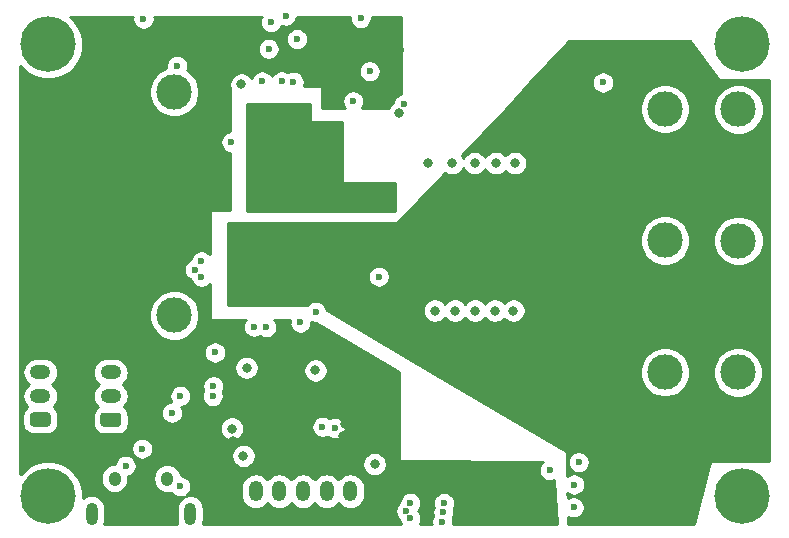
<source format=gbr>
G04 #@! TF.GenerationSoftware,KiCad,Pcbnew,5.1.6-c6e7f7d~87~ubuntu19.10.1*
G04 #@! TF.CreationDate,2021-03-17T15:36:07-04:00*
G04 #@! TF.ProjectId,icarus,69636172-7573-42e6-9b69-6361645f7063,V1.0*
G04 #@! TF.SameCoordinates,Original*
G04 #@! TF.FileFunction,Copper,L3,Inr*
G04 #@! TF.FilePolarity,Positive*
%FSLAX46Y46*%
G04 Gerber Fmt 4.6, Leading zero omitted, Abs format (unit mm)*
G04 Created by KiCad (PCBNEW 5.1.6-c6e7f7d~87~ubuntu19.10.1) date 2021-03-17 15:36:07*
%MOMM*%
%LPD*%
G01*
G04 APERTURE LIST*
G04 #@! TA.AperFunction,ViaPad*
%ADD10O,1.200000X1.750000*%
G04 #@! TD*
G04 #@! TA.AperFunction,ViaPad*
%ADD11C,4.716000*%
G04 #@! TD*
G04 #@! TA.AperFunction,ViaPad*
%ADD12C,3.000000*%
G04 #@! TD*
G04 #@! TA.AperFunction,ViaPad*
%ADD13O,1.050000X1.250000*%
G04 #@! TD*
G04 #@! TA.AperFunction,ViaPad*
%ADD14O,1.000000X1.900000*%
G04 #@! TD*
G04 #@! TA.AperFunction,ViaPad*
%ADD15C,4.700000*%
G04 #@! TD*
G04 #@! TA.AperFunction,ViaPad*
%ADD16O,1.750000X1.200000*%
G04 #@! TD*
G04 #@! TA.AperFunction,ViaPad*
%ADD17C,0.600000*%
G04 #@! TD*
G04 #@! TA.AperFunction,ViaPad*
%ADD18C,0.800000*%
G04 #@! TD*
G04 #@! TA.AperFunction,Conductor*
%ADD19C,0.254000*%
G04 #@! TD*
G04 APERTURE END LIST*
G04 #@! TO.N,+3V3*
G04 #@! TO.C,J3*
G04 #@! TA.AperFunction,ViaPad*
G36*
G01*
X130700000Y-121625001D02*
X130700000Y-120374999D01*
G75*
G02*
X130949999Y-120125000I249999J0D01*
G01*
X131650001Y-120125000D01*
G75*
G02*
X131900000Y-120374999I0J-249999D01*
G01*
X131900000Y-121625001D01*
G75*
G02*
X131650001Y-121875000I-249999J0D01*
G01*
X130949999Y-121875000D01*
G75*
G02*
X130700000Y-121625001I0J249999D01*
G01*
G37*
G04 #@! TD.AperFunction*
D10*
G04 #@! TO.N,SWO*
X133300000Y-121000000D03*
G04 #@! TO.N,SWDIO*
X135300000Y-121000000D03*
G04 #@! TO.N,SWCLK*
X137300000Y-121000000D03*
G04 #@! TO.N,NRST*
X139300000Y-121000000D03*
G04 #@! TO.N,GND*
X141300000Y-121000000D03*
G04 #@! TD*
D11*
G04 #@! TO.N,VSENSE_HIGH*
G04 #@! TO.C,U4*
X135800000Y-91210000D03*
G04 #@! TO.N,GNDPWR*
X135800000Y-102110000D03*
D12*
G04 #@! TO.N,N/C*
X126400000Y-106110000D03*
X126400000Y-87210000D03*
G04 #@! TD*
D13*
G04 #@! TO.N,Net-(J4-Pad6)*
G04 #@! TO.C,J4*
X121355000Y-119930000D03*
X125805000Y-119930000D03*
D14*
X119405000Y-122930000D03*
X127755000Y-122930000D03*
G04 #@! TD*
D15*
G04 #@! TO.N,GND*
G04 #@! TO.C,H1*
X115720000Y-121410000D03*
G04 #@! TD*
G04 #@! TO.N,Net-(H2-Pad1)*
G04 #@! TO.C,H2*
X174465000Y-83160000D03*
G04 #@! TD*
G04 #@! TO.N,Net-(H3-Pad1)*
G04 #@! TO.C,H3*
X174465000Y-121420000D03*
G04 #@! TD*
G04 #@! TO.N,GND*
G04 #@! TO.C,H4*
X115720000Y-83160000D03*
G04 #@! TD*
D12*
G04 #@! TO.N,GNDPWR*
G04 #@! TO.C,U6*
X174175000Y-104800000D03*
G04 #@! TO.N,OUT*
X174175000Y-99800000D03*
G04 #@! TD*
G04 #@! TO.N,OUT*
G04 #@! TO.C,U7*
X174125000Y-110950000D03*
G04 #@! TO.N,GNDPWR*
X174125000Y-115950000D03*
G04 #@! TD*
G04 #@! TO.N,GNDPWR*
G04 #@! TO.C,U9*
X167950000Y-115925000D03*
G04 #@! TO.N,OUT*
X167950000Y-110925000D03*
G04 #@! TD*
G04 #@! TO.N,OUT*
G04 #@! TO.C,U10*
X174175000Y-88680000D03*
G04 #@! TO.N,GNDPWR*
X174175000Y-93680000D03*
G04 #@! TD*
G04 #@! TO.N,GNDPWR*
G04 #@! TO.C,U11*
X167950000Y-104775000D03*
G04 #@! TO.N,OUT*
X167950000Y-99775000D03*
G04 #@! TD*
G04 #@! TO.N,OUT*
G04 #@! TO.C,U12*
X167950000Y-88655000D03*
G04 #@! TO.N,GNDPWR*
X167950000Y-93655000D03*
G04 #@! TD*
G04 #@! TO.N,CAN_H*
G04 #@! TO.C,J1*
G04 #@! TA.AperFunction,ViaPad*
G36*
G01*
X121655001Y-115550000D02*
X120404999Y-115550000D01*
G75*
G02*
X120155000Y-115300001I0J249999D01*
G01*
X120155000Y-114599999D01*
G75*
G02*
X120404999Y-114350000I249999J0D01*
G01*
X121655001Y-114350000D01*
G75*
G02*
X121905000Y-114599999I0J-249999D01*
G01*
X121905000Y-115300001D01*
G75*
G02*
X121655001Y-115550000I-249999J0D01*
G01*
G37*
G04 #@! TD.AperFunction*
D16*
G04 #@! TO.N,CAN_L*
X121030000Y-112950000D03*
G04 #@! TO.N,GND*
X121030000Y-110950000D03*
G04 #@! TD*
G04 #@! TO.N,GND*
G04 #@! TO.C,J2*
X115070000Y-110940000D03*
G04 #@! TO.N,CAN_L*
X115070000Y-112940000D03*
G04 #@! TO.N,CAN_H*
G04 #@! TA.AperFunction,ViaPad*
G36*
G01*
X115695001Y-115540000D02*
X114444999Y-115540000D01*
G75*
G02*
X114195000Y-115290001I0J249999D01*
G01*
X114195000Y-114589999D01*
G75*
G02*
X114444999Y-114340000I249999J0D01*
G01*
X115695001Y-114340000D01*
G75*
G02*
X115945000Y-114589999I0J-249999D01*
G01*
X115945000Y-115290001D01*
G75*
G02*
X115695001Y-115540000I-249999J0D01*
G01*
G37*
G04 #@! TD.AperFunction*
G04 #@! TD*
D17*
G04 #@! TO.N,+3V3*
X129640000Y-110430000D03*
X129630000Y-114340000D03*
X155580000Y-120460000D03*
X155419990Y-122430000D03*
X160210000Y-122370000D03*
X160260000Y-120440000D03*
X121470000Y-85240000D03*
X119190000Y-85240000D03*
X124510000Y-85690000D03*
X128225000Y-85725000D03*
X129000000Y-85700000D03*
X129775000Y-85775000D03*
X130448495Y-85701658D03*
X128300000Y-83950000D03*
X129025000Y-83925000D03*
X129725000Y-83925000D03*
X130350000Y-83975000D03*
X145580326Y-83619674D03*
D18*
X131410000Y-116720000D03*
X141730000Y-116880000D03*
X140660000Y-116340000D03*
X140890000Y-115290000D03*
D17*
X136840000Y-110170000D03*
X135360000Y-110180000D03*
X134040000Y-109527599D03*
X136130000Y-106690000D03*
G04 #@! TO.N,GND*
X122280000Y-118850000D03*
X126930000Y-112930000D03*
X149190000Y-122770000D03*
X149110000Y-123580000D03*
X126210000Y-114370000D03*
X126650000Y-84975000D03*
X136800000Y-82725000D03*
X135850000Y-80750000D03*
X134600000Y-81300000D03*
X158191200Y-119235000D03*
X129710000Y-112110000D03*
X123696605Y-117403395D03*
X146050000Y-122700000D03*
X146400000Y-123300000D03*
X136500000Y-86350000D03*
X135500000Y-86300000D03*
X133850000Y-86300000D03*
X141550000Y-87981999D03*
X142950000Y-85450000D03*
X128700000Y-101550000D03*
X128150000Y-102250000D03*
X128700000Y-102850000D03*
D18*
X131290000Y-115700000D03*
X143375010Y-118710000D03*
X132260000Y-118010000D03*
D17*
X133160000Y-107090000D03*
X134210000Y-107130000D03*
X137090000Y-106720000D03*
X138370000Y-105800000D03*
X143720000Y-102840000D03*
G04 #@! TO.N,VSENSE_HIGH*
X131250000Y-91450000D03*
X149250000Y-122010000D03*
G04 #@! TO.N,OUT*
X145825000Y-88250000D03*
X162700000Y-86400000D03*
X146400000Y-122000000D03*
X160650000Y-118550000D03*
G04 #@! TO.N,+5V*
X126900000Y-120600000D03*
X123800000Y-81000000D03*
D18*
G04 #@! TO.N,VSENSE_LOW*
X155120000Y-105720000D03*
X153550000Y-105720000D03*
X151870000Y-105720000D03*
X150170000Y-105720000D03*
X148470000Y-105720000D03*
X155240000Y-93220000D03*
X153630000Y-93220000D03*
X151830000Y-93220000D03*
X149930000Y-93220000D03*
X147930000Y-93220000D03*
G04 #@! TO.N,PG*
X138360000Y-110770000D03*
X145445226Y-89021605D03*
G04 #@! TO.N,TPS_ENABLE*
X132530000Y-110550000D03*
X132090000Y-86570000D03*
D17*
G04 #@! TO.N,CAN_TX*
X129660000Y-112950000D03*
X140000000Y-115660000D03*
G04 #@! TO.N,CAN_RX*
X129850000Y-109260000D03*
X138940000Y-115550000D03*
G04 #@! TO.N,Net-(MOSFET2-PadP$1)*
X134390000Y-83549999D03*
X142190000Y-80960000D03*
G04 #@! TO.N,GNDPWR*
X164400000Y-121500000D03*
X163750000Y-121500000D03*
X163100000Y-121500000D03*
X161900000Y-121350000D03*
X161250000Y-121350000D03*
G04 #@! TD*
D19*
G04 #@! TO.N,VSENSE_HIGH*
G36*
X137873000Y-89600000D02*
G01*
X137875440Y-89624776D01*
X137882667Y-89648601D01*
X137894403Y-89670557D01*
X137910197Y-89689803D01*
X137929443Y-89705597D01*
X137951399Y-89717333D01*
X137975224Y-89724560D01*
X138000000Y-89727000D01*
X140573000Y-89727000D01*
X140573000Y-94800000D01*
X140575440Y-94824776D01*
X140582667Y-94848601D01*
X140594403Y-94870557D01*
X140610197Y-94889803D01*
X140629443Y-94905597D01*
X140651399Y-94917333D01*
X140675224Y-94924560D01*
X140700000Y-94927000D01*
X145073000Y-94927000D01*
X145073000Y-97273000D01*
X132527000Y-97273000D01*
X132527000Y-88227000D01*
X137873000Y-88227000D01*
X137873000Y-89600000D01*
G37*
X137873000Y-89600000D02*
X137875440Y-89624776D01*
X137882667Y-89648601D01*
X137894403Y-89670557D01*
X137910197Y-89689803D01*
X137929443Y-89705597D01*
X137951399Y-89717333D01*
X137975224Y-89724560D01*
X138000000Y-89727000D01*
X140573000Y-89727000D01*
X140573000Y-94800000D01*
X140575440Y-94824776D01*
X140582667Y-94848601D01*
X140594403Y-94870557D01*
X140610197Y-94889803D01*
X140629443Y-94905597D01*
X140651399Y-94917333D01*
X140675224Y-94924560D01*
X140700000Y-94927000D01*
X145073000Y-94927000D01*
X145073000Y-97273000D01*
X132527000Y-97273000D01*
X132527000Y-88227000D01*
X137873000Y-88227000D01*
X137873000Y-89600000D01*
G04 #@! TO.N,GNDPWR*
G36*
X172498769Y-86176690D02*
G01*
X172515676Y-86194965D01*
X172535823Y-86209592D01*
X172558436Y-86220006D01*
X172582647Y-86225809D01*
X172600000Y-86227000D01*
X176773000Y-86227000D01*
X176773000Y-118473000D01*
X174950036Y-118473000D01*
X174758997Y-118435000D01*
X174171003Y-118435000D01*
X173979964Y-118473000D01*
X171900000Y-118473000D01*
X171875224Y-118475440D01*
X171851399Y-118482667D01*
X171829443Y-118494403D01*
X171810197Y-118510197D01*
X171794403Y-118529443D01*
X171782667Y-118551399D01*
X171777064Y-118568128D01*
X170436209Y-123739999D01*
X159724517Y-123740000D01*
X159719029Y-123166459D01*
X159767111Y-123198586D01*
X159937271Y-123269068D01*
X160117911Y-123305000D01*
X160302089Y-123305000D01*
X160482729Y-123269068D01*
X160652889Y-123198586D01*
X160806028Y-123096262D01*
X160936262Y-122966028D01*
X161038586Y-122812889D01*
X161109068Y-122642729D01*
X161145000Y-122462089D01*
X161145000Y-122277911D01*
X161109068Y-122097271D01*
X161038586Y-121927111D01*
X160936262Y-121773972D01*
X160806028Y-121643738D01*
X160652889Y-121541414D01*
X160482729Y-121470932D01*
X160302089Y-121435000D01*
X160117911Y-121435000D01*
X159937271Y-121470932D01*
X159767111Y-121541414D01*
X159703883Y-121583662D01*
X159700119Y-121190415D01*
X159817111Y-121268586D01*
X159987271Y-121339068D01*
X160167911Y-121375000D01*
X160352089Y-121375000D01*
X160532729Y-121339068D01*
X160702889Y-121268586D01*
X160856028Y-121166262D01*
X160986262Y-121036028D01*
X161088586Y-120882889D01*
X161159068Y-120712729D01*
X161195000Y-120532089D01*
X161195000Y-120347911D01*
X161159068Y-120167271D01*
X161088586Y-119997111D01*
X160986262Y-119843972D01*
X160856028Y-119713738D01*
X160702889Y-119611414D01*
X160532729Y-119540932D01*
X160352089Y-119505000D01*
X160167911Y-119505000D01*
X159987271Y-119540932D01*
X159817111Y-119611414D01*
X159685849Y-119699120D01*
X159673972Y-118457911D01*
X159715000Y-118457911D01*
X159715000Y-118642089D01*
X159750932Y-118822729D01*
X159821414Y-118992889D01*
X159923738Y-119146028D01*
X160053972Y-119276262D01*
X160207111Y-119378586D01*
X160377271Y-119449068D01*
X160557911Y-119485000D01*
X160742089Y-119485000D01*
X160922729Y-119449068D01*
X161092889Y-119378586D01*
X161246028Y-119276262D01*
X161376262Y-119146028D01*
X161478586Y-118992889D01*
X161549068Y-118822729D01*
X161585000Y-118642089D01*
X161585000Y-118457911D01*
X161549068Y-118277271D01*
X161478586Y-118107111D01*
X161376262Y-117953972D01*
X161246028Y-117823738D01*
X161092889Y-117721414D01*
X160922729Y-117650932D01*
X160742089Y-117615000D01*
X160557911Y-117615000D01*
X160377271Y-117650932D01*
X160207111Y-117721414D01*
X160053972Y-117823738D01*
X159923738Y-117953972D01*
X159821414Y-118107111D01*
X159750932Y-118277271D01*
X159715000Y-118457911D01*
X159673972Y-118457911D01*
X159666994Y-117728785D01*
X159664317Y-117704033D01*
X159656862Y-117680279D01*
X159644917Y-117658435D01*
X159628939Y-117639342D01*
X159604440Y-117620563D01*
X147876271Y-110714721D01*
X165815000Y-110714721D01*
X165815000Y-111135279D01*
X165897047Y-111547756D01*
X166057988Y-111936302D01*
X166291637Y-112285983D01*
X166589017Y-112583363D01*
X166938698Y-112817012D01*
X167327244Y-112977953D01*
X167739721Y-113060000D01*
X168160279Y-113060000D01*
X168572756Y-112977953D01*
X168961302Y-112817012D01*
X169310983Y-112583363D01*
X169608363Y-112285983D01*
X169842012Y-111936302D01*
X170002953Y-111547756D01*
X170085000Y-111135279D01*
X170085000Y-110739721D01*
X171990000Y-110739721D01*
X171990000Y-111160279D01*
X172072047Y-111572756D01*
X172232988Y-111961302D01*
X172466637Y-112310983D01*
X172764017Y-112608363D01*
X173113698Y-112842012D01*
X173502244Y-113002953D01*
X173914721Y-113085000D01*
X174335279Y-113085000D01*
X174747756Y-113002953D01*
X175136302Y-112842012D01*
X175485983Y-112608363D01*
X175783363Y-112310983D01*
X176017012Y-111961302D01*
X176177953Y-111572756D01*
X176260000Y-111160279D01*
X176260000Y-110739721D01*
X176177953Y-110327244D01*
X176017012Y-109938698D01*
X175783363Y-109589017D01*
X175485983Y-109291637D01*
X175136302Y-109057988D01*
X174747756Y-108897047D01*
X174335279Y-108815000D01*
X173914721Y-108815000D01*
X173502244Y-108897047D01*
X173113698Y-109057988D01*
X172764017Y-109291637D01*
X172466637Y-109589017D01*
X172232988Y-109938698D01*
X172072047Y-110327244D01*
X171990000Y-110739721D01*
X170085000Y-110739721D01*
X170085000Y-110714721D01*
X170002953Y-110302244D01*
X169842012Y-109913698D01*
X169608363Y-109564017D01*
X169310983Y-109266637D01*
X168961302Y-109032988D01*
X168572756Y-108872047D01*
X168160279Y-108790000D01*
X167739721Y-108790000D01*
X167327244Y-108872047D01*
X166938698Y-109032988D01*
X166589017Y-109266637D01*
X166291637Y-109564017D01*
X166057988Y-109913698D01*
X165897047Y-110302244D01*
X165815000Y-110714721D01*
X147876271Y-110714721D01*
X139295950Y-105662412D01*
X139287128Y-105618061D01*
X147435000Y-105618061D01*
X147435000Y-105821939D01*
X147474774Y-106021898D01*
X147552795Y-106210256D01*
X147666063Y-106379774D01*
X147810226Y-106523937D01*
X147979744Y-106637205D01*
X148168102Y-106715226D01*
X148368061Y-106755000D01*
X148571939Y-106755000D01*
X148771898Y-106715226D01*
X148960256Y-106637205D01*
X149129774Y-106523937D01*
X149273937Y-106379774D01*
X149320000Y-106310836D01*
X149366063Y-106379774D01*
X149510226Y-106523937D01*
X149679744Y-106637205D01*
X149868102Y-106715226D01*
X150068061Y-106755000D01*
X150271939Y-106755000D01*
X150471898Y-106715226D01*
X150660256Y-106637205D01*
X150829774Y-106523937D01*
X150973937Y-106379774D01*
X151020000Y-106310836D01*
X151066063Y-106379774D01*
X151210226Y-106523937D01*
X151379744Y-106637205D01*
X151568102Y-106715226D01*
X151768061Y-106755000D01*
X151971939Y-106755000D01*
X152171898Y-106715226D01*
X152360256Y-106637205D01*
X152529774Y-106523937D01*
X152673937Y-106379774D01*
X152710000Y-106325802D01*
X152746063Y-106379774D01*
X152890226Y-106523937D01*
X153059744Y-106637205D01*
X153248102Y-106715226D01*
X153448061Y-106755000D01*
X153651939Y-106755000D01*
X153851898Y-106715226D01*
X154040256Y-106637205D01*
X154209774Y-106523937D01*
X154335000Y-106398711D01*
X154460226Y-106523937D01*
X154629744Y-106637205D01*
X154818102Y-106715226D01*
X155018061Y-106755000D01*
X155221939Y-106755000D01*
X155421898Y-106715226D01*
X155610256Y-106637205D01*
X155779774Y-106523937D01*
X155923937Y-106379774D01*
X156037205Y-106210256D01*
X156115226Y-106021898D01*
X156155000Y-105821939D01*
X156155000Y-105618061D01*
X156115226Y-105418102D01*
X156037205Y-105229744D01*
X155923937Y-105060226D01*
X155779774Y-104916063D01*
X155610256Y-104802795D01*
X155421898Y-104724774D01*
X155221939Y-104685000D01*
X155018061Y-104685000D01*
X154818102Y-104724774D01*
X154629744Y-104802795D01*
X154460226Y-104916063D01*
X154335000Y-105041289D01*
X154209774Y-104916063D01*
X154040256Y-104802795D01*
X153851898Y-104724774D01*
X153651939Y-104685000D01*
X153448061Y-104685000D01*
X153248102Y-104724774D01*
X153059744Y-104802795D01*
X152890226Y-104916063D01*
X152746063Y-105060226D01*
X152710000Y-105114198D01*
X152673937Y-105060226D01*
X152529774Y-104916063D01*
X152360256Y-104802795D01*
X152171898Y-104724774D01*
X151971939Y-104685000D01*
X151768061Y-104685000D01*
X151568102Y-104724774D01*
X151379744Y-104802795D01*
X151210226Y-104916063D01*
X151066063Y-105060226D01*
X151020000Y-105129164D01*
X150973937Y-105060226D01*
X150829774Y-104916063D01*
X150660256Y-104802795D01*
X150471898Y-104724774D01*
X150271939Y-104685000D01*
X150068061Y-104685000D01*
X149868102Y-104724774D01*
X149679744Y-104802795D01*
X149510226Y-104916063D01*
X149366063Y-105060226D01*
X149320000Y-105129164D01*
X149273937Y-105060226D01*
X149129774Y-104916063D01*
X148960256Y-104802795D01*
X148771898Y-104724774D01*
X148571939Y-104685000D01*
X148368061Y-104685000D01*
X148168102Y-104724774D01*
X147979744Y-104802795D01*
X147810226Y-104916063D01*
X147666063Y-105060226D01*
X147552795Y-105229744D01*
X147474774Y-105418102D01*
X147435000Y-105618061D01*
X139287128Y-105618061D01*
X139269068Y-105527271D01*
X139198586Y-105357111D01*
X139096262Y-105203972D01*
X138966028Y-105073738D01*
X138812889Y-104971414D01*
X138642729Y-104900932D01*
X138462089Y-104865000D01*
X138277911Y-104865000D01*
X138097271Y-104900932D01*
X137927111Y-104971414D01*
X137773972Y-105073738D01*
X137643738Y-105203972D01*
X137597615Y-105273000D01*
X130927000Y-105273000D01*
X130927000Y-102747911D01*
X142785000Y-102747911D01*
X142785000Y-102932089D01*
X142820932Y-103112729D01*
X142891414Y-103282889D01*
X142993738Y-103436028D01*
X143123972Y-103566262D01*
X143277111Y-103668586D01*
X143447271Y-103739068D01*
X143627911Y-103775000D01*
X143812089Y-103775000D01*
X143992729Y-103739068D01*
X144162889Y-103668586D01*
X144316028Y-103566262D01*
X144446262Y-103436028D01*
X144548586Y-103282889D01*
X144619068Y-103112729D01*
X144655000Y-102932089D01*
X144655000Y-102747911D01*
X144619068Y-102567271D01*
X144548586Y-102397111D01*
X144446262Y-102243972D01*
X144316028Y-102113738D01*
X144162889Y-102011414D01*
X143992729Y-101940932D01*
X143812089Y-101905000D01*
X143627911Y-101905000D01*
X143447271Y-101940932D01*
X143277111Y-102011414D01*
X143123972Y-102113738D01*
X142993738Y-102243972D01*
X142891414Y-102397111D01*
X142820932Y-102567271D01*
X142785000Y-102747911D01*
X130927000Y-102747911D01*
X130927000Y-99564721D01*
X165815000Y-99564721D01*
X165815000Y-99985279D01*
X165897047Y-100397756D01*
X166057988Y-100786302D01*
X166291637Y-101135983D01*
X166589017Y-101433363D01*
X166938698Y-101667012D01*
X167327244Y-101827953D01*
X167739721Y-101910000D01*
X168160279Y-101910000D01*
X168572756Y-101827953D01*
X168961302Y-101667012D01*
X169310983Y-101433363D01*
X169608363Y-101135983D01*
X169842012Y-100786302D01*
X170002953Y-100397756D01*
X170085000Y-99985279D01*
X170085000Y-99589721D01*
X172040000Y-99589721D01*
X172040000Y-100010279D01*
X172122047Y-100422756D01*
X172282988Y-100811302D01*
X172516637Y-101160983D01*
X172814017Y-101458363D01*
X173163698Y-101692012D01*
X173552244Y-101852953D01*
X173964721Y-101935000D01*
X174385279Y-101935000D01*
X174797756Y-101852953D01*
X175186302Y-101692012D01*
X175535983Y-101458363D01*
X175833363Y-101160983D01*
X176067012Y-100811302D01*
X176227953Y-100422756D01*
X176310000Y-100010279D01*
X176310000Y-99589721D01*
X176227953Y-99177244D01*
X176067012Y-98788698D01*
X175833363Y-98439017D01*
X175535983Y-98141637D01*
X175186302Y-97907988D01*
X174797756Y-97747047D01*
X174385279Y-97665000D01*
X173964721Y-97665000D01*
X173552244Y-97747047D01*
X173163698Y-97907988D01*
X172814017Y-98141637D01*
X172516637Y-98439017D01*
X172282988Y-98788698D01*
X172122047Y-99177244D01*
X172040000Y-99589721D01*
X170085000Y-99589721D01*
X170085000Y-99564721D01*
X170002953Y-99152244D01*
X169842012Y-98763698D01*
X169608363Y-98414017D01*
X169310983Y-98116637D01*
X168961302Y-97882988D01*
X168572756Y-97722047D01*
X168160279Y-97640000D01*
X167739721Y-97640000D01*
X167327244Y-97722047D01*
X166938698Y-97882988D01*
X166589017Y-98116637D01*
X166291637Y-98414017D01*
X166057988Y-98763698D01*
X165897047Y-99152244D01*
X165815000Y-99564721D01*
X130927000Y-99564721D01*
X130927000Y-98327000D01*
X145200000Y-98327000D01*
X145224776Y-98324560D01*
X145248601Y-98317333D01*
X145270557Y-98305597D01*
X145292165Y-98287377D01*
X149309346Y-94050076D01*
X149439744Y-94137205D01*
X149628102Y-94215226D01*
X149828061Y-94255000D01*
X150031939Y-94255000D01*
X150231898Y-94215226D01*
X150420256Y-94137205D01*
X150589774Y-94023937D01*
X150733937Y-93879774D01*
X150847205Y-93710256D01*
X150880000Y-93631082D01*
X150912795Y-93710256D01*
X151026063Y-93879774D01*
X151170226Y-94023937D01*
X151339744Y-94137205D01*
X151528102Y-94215226D01*
X151728061Y-94255000D01*
X151931939Y-94255000D01*
X152131898Y-94215226D01*
X152320256Y-94137205D01*
X152489774Y-94023937D01*
X152633937Y-93879774D01*
X152730000Y-93736005D01*
X152826063Y-93879774D01*
X152970226Y-94023937D01*
X153139744Y-94137205D01*
X153328102Y-94215226D01*
X153528061Y-94255000D01*
X153731939Y-94255000D01*
X153931898Y-94215226D01*
X154120256Y-94137205D01*
X154289774Y-94023937D01*
X154433937Y-93879774D01*
X154435000Y-93878183D01*
X154436063Y-93879774D01*
X154580226Y-94023937D01*
X154749744Y-94137205D01*
X154938102Y-94215226D01*
X155138061Y-94255000D01*
X155341939Y-94255000D01*
X155541898Y-94215226D01*
X155730256Y-94137205D01*
X155899774Y-94023937D01*
X156043937Y-93879774D01*
X156157205Y-93710256D01*
X156235226Y-93521898D01*
X156275000Y-93321939D01*
X156275000Y-93118061D01*
X156235226Y-92918102D01*
X156157205Y-92729744D01*
X156043937Y-92560226D01*
X155899774Y-92416063D01*
X155730256Y-92302795D01*
X155541898Y-92224774D01*
X155341939Y-92185000D01*
X155138061Y-92185000D01*
X154938102Y-92224774D01*
X154749744Y-92302795D01*
X154580226Y-92416063D01*
X154436063Y-92560226D01*
X154435000Y-92561817D01*
X154433937Y-92560226D01*
X154289774Y-92416063D01*
X154120256Y-92302795D01*
X153931898Y-92224774D01*
X153731939Y-92185000D01*
X153528061Y-92185000D01*
X153328102Y-92224774D01*
X153139744Y-92302795D01*
X152970226Y-92416063D01*
X152826063Y-92560226D01*
X152730000Y-92703995D01*
X152633937Y-92560226D01*
X152489774Y-92416063D01*
X152320256Y-92302795D01*
X152131898Y-92224774D01*
X151931939Y-92185000D01*
X151728061Y-92185000D01*
X151528102Y-92224774D01*
X151339744Y-92302795D01*
X151170226Y-92416063D01*
X151026063Y-92560226D01*
X150912795Y-92729744D01*
X150880000Y-92808918D01*
X150847205Y-92729744D01*
X150733937Y-92560226D01*
X150727707Y-92553996D01*
X154623513Y-88444721D01*
X165815000Y-88444721D01*
X165815000Y-88865279D01*
X165897047Y-89277756D01*
X166057988Y-89666302D01*
X166291637Y-90015983D01*
X166589017Y-90313363D01*
X166938698Y-90547012D01*
X167327244Y-90707953D01*
X167739721Y-90790000D01*
X168160279Y-90790000D01*
X168572756Y-90707953D01*
X168961302Y-90547012D01*
X169310983Y-90313363D01*
X169608363Y-90015983D01*
X169842012Y-89666302D01*
X170002953Y-89277756D01*
X170085000Y-88865279D01*
X170085000Y-88469721D01*
X172040000Y-88469721D01*
X172040000Y-88890279D01*
X172122047Y-89302756D01*
X172282988Y-89691302D01*
X172516637Y-90040983D01*
X172814017Y-90338363D01*
X173163698Y-90572012D01*
X173552244Y-90732953D01*
X173964721Y-90815000D01*
X174385279Y-90815000D01*
X174797756Y-90732953D01*
X175186302Y-90572012D01*
X175535983Y-90338363D01*
X175833363Y-90040983D01*
X176067012Y-89691302D01*
X176227953Y-89302756D01*
X176310000Y-88890279D01*
X176310000Y-88469721D01*
X176227953Y-88057244D01*
X176067012Y-87668698D01*
X175833363Y-87319017D01*
X175535983Y-87021637D01*
X175186302Y-86787988D01*
X174797756Y-86627047D01*
X174385279Y-86545000D01*
X173964721Y-86545000D01*
X173552244Y-86627047D01*
X173163698Y-86787988D01*
X172814017Y-87021637D01*
X172516637Y-87319017D01*
X172282988Y-87668698D01*
X172122047Y-88057244D01*
X172040000Y-88469721D01*
X170085000Y-88469721D01*
X170085000Y-88444721D01*
X170002953Y-88032244D01*
X169842012Y-87643698D01*
X169608363Y-87294017D01*
X169310983Y-86996637D01*
X168961302Y-86762988D01*
X168572756Y-86602047D01*
X168160279Y-86520000D01*
X167739721Y-86520000D01*
X167327244Y-86602047D01*
X166938698Y-86762988D01*
X166589017Y-86996637D01*
X166291637Y-87294017D01*
X166057988Y-87643698D01*
X165897047Y-88032244D01*
X165815000Y-88444721D01*
X154623513Y-88444721D01*
X156649320Y-86307911D01*
X161765000Y-86307911D01*
X161765000Y-86492089D01*
X161800932Y-86672729D01*
X161871414Y-86842889D01*
X161973738Y-86996028D01*
X162103972Y-87126262D01*
X162257111Y-87228586D01*
X162427271Y-87299068D01*
X162607911Y-87335000D01*
X162792089Y-87335000D01*
X162972729Y-87299068D01*
X163142889Y-87228586D01*
X163296028Y-87126262D01*
X163426262Y-86996028D01*
X163528586Y-86842889D01*
X163599068Y-86672729D01*
X163635000Y-86492089D01*
X163635000Y-86307911D01*
X163599068Y-86127271D01*
X163528586Y-85957111D01*
X163426262Y-85803972D01*
X163296028Y-85673738D01*
X163142889Y-85571414D01*
X162972729Y-85500932D01*
X162792089Y-85465000D01*
X162607911Y-85465000D01*
X162427271Y-85500932D01*
X162257111Y-85571414D01*
X162103972Y-85673738D01*
X161973738Y-85803972D01*
X161871414Y-85957111D01*
X161800932Y-86127271D01*
X161765000Y-86307911D01*
X156649320Y-86307911D01*
X159854600Y-82927000D01*
X170036883Y-82927000D01*
X172498769Y-86176690D01*
G37*
X172498769Y-86176690D02*
X172515676Y-86194965D01*
X172535823Y-86209592D01*
X172558436Y-86220006D01*
X172582647Y-86225809D01*
X172600000Y-86227000D01*
X176773000Y-86227000D01*
X176773000Y-118473000D01*
X174950036Y-118473000D01*
X174758997Y-118435000D01*
X174171003Y-118435000D01*
X173979964Y-118473000D01*
X171900000Y-118473000D01*
X171875224Y-118475440D01*
X171851399Y-118482667D01*
X171829443Y-118494403D01*
X171810197Y-118510197D01*
X171794403Y-118529443D01*
X171782667Y-118551399D01*
X171777064Y-118568128D01*
X170436209Y-123739999D01*
X159724517Y-123740000D01*
X159719029Y-123166459D01*
X159767111Y-123198586D01*
X159937271Y-123269068D01*
X160117911Y-123305000D01*
X160302089Y-123305000D01*
X160482729Y-123269068D01*
X160652889Y-123198586D01*
X160806028Y-123096262D01*
X160936262Y-122966028D01*
X161038586Y-122812889D01*
X161109068Y-122642729D01*
X161145000Y-122462089D01*
X161145000Y-122277911D01*
X161109068Y-122097271D01*
X161038586Y-121927111D01*
X160936262Y-121773972D01*
X160806028Y-121643738D01*
X160652889Y-121541414D01*
X160482729Y-121470932D01*
X160302089Y-121435000D01*
X160117911Y-121435000D01*
X159937271Y-121470932D01*
X159767111Y-121541414D01*
X159703883Y-121583662D01*
X159700119Y-121190415D01*
X159817111Y-121268586D01*
X159987271Y-121339068D01*
X160167911Y-121375000D01*
X160352089Y-121375000D01*
X160532729Y-121339068D01*
X160702889Y-121268586D01*
X160856028Y-121166262D01*
X160986262Y-121036028D01*
X161088586Y-120882889D01*
X161159068Y-120712729D01*
X161195000Y-120532089D01*
X161195000Y-120347911D01*
X161159068Y-120167271D01*
X161088586Y-119997111D01*
X160986262Y-119843972D01*
X160856028Y-119713738D01*
X160702889Y-119611414D01*
X160532729Y-119540932D01*
X160352089Y-119505000D01*
X160167911Y-119505000D01*
X159987271Y-119540932D01*
X159817111Y-119611414D01*
X159685849Y-119699120D01*
X159673972Y-118457911D01*
X159715000Y-118457911D01*
X159715000Y-118642089D01*
X159750932Y-118822729D01*
X159821414Y-118992889D01*
X159923738Y-119146028D01*
X160053972Y-119276262D01*
X160207111Y-119378586D01*
X160377271Y-119449068D01*
X160557911Y-119485000D01*
X160742089Y-119485000D01*
X160922729Y-119449068D01*
X161092889Y-119378586D01*
X161246028Y-119276262D01*
X161376262Y-119146028D01*
X161478586Y-118992889D01*
X161549068Y-118822729D01*
X161585000Y-118642089D01*
X161585000Y-118457911D01*
X161549068Y-118277271D01*
X161478586Y-118107111D01*
X161376262Y-117953972D01*
X161246028Y-117823738D01*
X161092889Y-117721414D01*
X160922729Y-117650932D01*
X160742089Y-117615000D01*
X160557911Y-117615000D01*
X160377271Y-117650932D01*
X160207111Y-117721414D01*
X160053972Y-117823738D01*
X159923738Y-117953972D01*
X159821414Y-118107111D01*
X159750932Y-118277271D01*
X159715000Y-118457911D01*
X159673972Y-118457911D01*
X159666994Y-117728785D01*
X159664317Y-117704033D01*
X159656862Y-117680279D01*
X159644917Y-117658435D01*
X159628939Y-117639342D01*
X159604440Y-117620563D01*
X147876271Y-110714721D01*
X165815000Y-110714721D01*
X165815000Y-111135279D01*
X165897047Y-111547756D01*
X166057988Y-111936302D01*
X166291637Y-112285983D01*
X166589017Y-112583363D01*
X166938698Y-112817012D01*
X167327244Y-112977953D01*
X167739721Y-113060000D01*
X168160279Y-113060000D01*
X168572756Y-112977953D01*
X168961302Y-112817012D01*
X169310983Y-112583363D01*
X169608363Y-112285983D01*
X169842012Y-111936302D01*
X170002953Y-111547756D01*
X170085000Y-111135279D01*
X170085000Y-110739721D01*
X171990000Y-110739721D01*
X171990000Y-111160279D01*
X172072047Y-111572756D01*
X172232988Y-111961302D01*
X172466637Y-112310983D01*
X172764017Y-112608363D01*
X173113698Y-112842012D01*
X173502244Y-113002953D01*
X173914721Y-113085000D01*
X174335279Y-113085000D01*
X174747756Y-113002953D01*
X175136302Y-112842012D01*
X175485983Y-112608363D01*
X175783363Y-112310983D01*
X176017012Y-111961302D01*
X176177953Y-111572756D01*
X176260000Y-111160279D01*
X176260000Y-110739721D01*
X176177953Y-110327244D01*
X176017012Y-109938698D01*
X175783363Y-109589017D01*
X175485983Y-109291637D01*
X175136302Y-109057988D01*
X174747756Y-108897047D01*
X174335279Y-108815000D01*
X173914721Y-108815000D01*
X173502244Y-108897047D01*
X173113698Y-109057988D01*
X172764017Y-109291637D01*
X172466637Y-109589017D01*
X172232988Y-109938698D01*
X172072047Y-110327244D01*
X171990000Y-110739721D01*
X170085000Y-110739721D01*
X170085000Y-110714721D01*
X170002953Y-110302244D01*
X169842012Y-109913698D01*
X169608363Y-109564017D01*
X169310983Y-109266637D01*
X168961302Y-109032988D01*
X168572756Y-108872047D01*
X168160279Y-108790000D01*
X167739721Y-108790000D01*
X167327244Y-108872047D01*
X166938698Y-109032988D01*
X166589017Y-109266637D01*
X166291637Y-109564017D01*
X166057988Y-109913698D01*
X165897047Y-110302244D01*
X165815000Y-110714721D01*
X147876271Y-110714721D01*
X139295950Y-105662412D01*
X139287128Y-105618061D01*
X147435000Y-105618061D01*
X147435000Y-105821939D01*
X147474774Y-106021898D01*
X147552795Y-106210256D01*
X147666063Y-106379774D01*
X147810226Y-106523937D01*
X147979744Y-106637205D01*
X148168102Y-106715226D01*
X148368061Y-106755000D01*
X148571939Y-106755000D01*
X148771898Y-106715226D01*
X148960256Y-106637205D01*
X149129774Y-106523937D01*
X149273937Y-106379774D01*
X149320000Y-106310836D01*
X149366063Y-106379774D01*
X149510226Y-106523937D01*
X149679744Y-106637205D01*
X149868102Y-106715226D01*
X150068061Y-106755000D01*
X150271939Y-106755000D01*
X150471898Y-106715226D01*
X150660256Y-106637205D01*
X150829774Y-106523937D01*
X150973937Y-106379774D01*
X151020000Y-106310836D01*
X151066063Y-106379774D01*
X151210226Y-106523937D01*
X151379744Y-106637205D01*
X151568102Y-106715226D01*
X151768061Y-106755000D01*
X151971939Y-106755000D01*
X152171898Y-106715226D01*
X152360256Y-106637205D01*
X152529774Y-106523937D01*
X152673937Y-106379774D01*
X152710000Y-106325802D01*
X152746063Y-106379774D01*
X152890226Y-106523937D01*
X153059744Y-106637205D01*
X153248102Y-106715226D01*
X153448061Y-106755000D01*
X153651939Y-106755000D01*
X153851898Y-106715226D01*
X154040256Y-106637205D01*
X154209774Y-106523937D01*
X154335000Y-106398711D01*
X154460226Y-106523937D01*
X154629744Y-106637205D01*
X154818102Y-106715226D01*
X155018061Y-106755000D01*
X155221939Y-106755000D01*
X155421898Y-106715226D01*
X155610256Y-106637205D01*
X155779774Y-106523937D01*
X155923937Y-106379774D01*
X156037205Y-106210256D01*
X156115226Y-106021898D01*
X156155000Y-105821939D01*
X156155000Y-105618061D01*
X156115226Y-105418102D01*
X156037205Y-105229744D01*
X155923937Y-105060226D01*
X155779774Y-104916063D01*
X155610256Y-104802795D01*
X155421898Y-104724774D01*
X155221939Y-104685000D01*
X155018061Y-104685000D01*
X154818102Y-104724774D01*
X154629744Y-104802795D01*
X154460226Y-104916063D01*
X154335000Y-105041289D01*
X154209774Y-104916063D01*
X154040256Y-104802795D01*
X153851898Y-104724774D01*
X153651939Y-104685000D01*
X153448061Y-104685000D01*
X153248102Y-104724774D01*
X153059744Y-104802795D01*
X152890226Y-104916063D01*
X152746063Y-105060226D01*
X152710000Y-105114198D01*
X152673937Y-105060226D01*
X152529774Y-104916063D01*
X152360256Y-104802795D01*
X152171898Y-104724774D01*
X151971939Y-104685000D01*
X151768061Y-104685000D01*
X151568102Y-104724774D01*
X151379744Y-104802795D01*
X151210226Y-104916063D01*
X151066063Y-105060226D01*
X151020000Y-105129164D01*
X150973937Y-105060226D01*
X150829774Y-104916063D01*
X150660256Y-104802795D01*
X150471898Y-104724774D01*
X150271939Y-104685000D01*
X150068061Y-104685000D01*
X149868102Y-104724774D01*
X149679744Y-104802795D01*
X149510226Y-104916063D01*
X149366063Y-105060226D01*
X149320000Y-105129164D01*
X149273937Y-105060226D01*
X149129774Y-104916063D01*
X148960256Y-104802795D01*
X148771898Y-104724774D01*
X148571939Y-104685000D01*
X148368061Y-104685000D01*
X148168102Y-104724774D01*
X147979744Y-104802795D01*
X147810226Y-104916063D01*
X147666063Y-105060226D01*
X147552795Y-105229744D01*
X147474774Y-105418102D01*
X147435000Y-105618061D01*
X139287128Y-105618061D01*
X139269068Y-105527271D01*
X139198586Y-105357111D01*
X139096262Y-105203972D01*
X138966028Y-105073738D01*
X138812889Y-104971414D01*
X138642729Y-104900932D01*
X138462089Y-104865000D01*
X138277911Y-104865000D01*
X138097271Y-104900932D01*
X137927111Y-104971414D01*
X137773972Y-105073738D01*
X137643738Y-105203972D01*
X137597615Y-105273000D01*
X130927000Y-105273000D01*
X130927000Y-102747911D01*
X142785000Y-102747911D01*
X142785000Y-102932089D01*
X142820932Y-103112729D01*
X142891414Y-103282889D01*
X142993738Y-103436028D01*
X143123972Y-103566262D01*
X143277111Y-103668586D01*
X143447271Y-103739068D01*
X143627911Y-103775000D01*
X143812089Y-103775000D01*
X143992729Y-103739068D01*
X144162889Y-103668586D01*
X144316028Y-103566262D01*
X144446262Y-103436028D01*
X144548586Y-103282889D01*
X144619068Y-103112729D01*
X144655000Y-102932089D01*
X144655000Y-102747911D01*
X144619068Y-102567271D01*
X144548586Y-102397111D01*
X144446262Y-102243972D01*
X144316028Y-102113738D01*
X144162889Y-102011414D01*
X143992729Y-101940932D01*
X143812089Y-101905000D01*
X143627911Y-101905000D01*
X143447271Y-101940932D01*
X143277111Y-102011414D01*
X143123972Y-102113738D01*
X142993738Y-102243972D01*
X142891414Y-102397111D01*
X142820932Y-102567271D01*
X142785000Y-102747911D01*
X130927000Y-102747911D01*
X130927000Y-99564721D01*
X165815000Y-99564721D01*
X165815000Y-99985279D01*
X165897047Y-100397756D01*
X166057988Y-100786302D01*
X166291637Y-101135983D01*
X166589017Y-101433363D01*
X166938698Y-101667012D01*
X167327244Y-101827953D01*
X167739721Y-101910000D01*
X168160279Y-101910000D01*
X168572756Y-101827953D01*
X168961302Y-101667012D01*
X169310983Y-101433363D01*
X169608363Y-101135983D01*
X169842012Y-100786302D01*
X170002953Y-100397756D01*
X170085000Y-99985279D01*
X170085000Y-99589721D01*
X172040000Y-99589721D01*
X172040000Y-100010279D01*
X172122047Y-100422756D01*
X172282988Y-100811302D01*
X172516637Y-101160983D01*
X172814017Y-101458363D01*
X173163698Y-101692012D01*
X173552244Y-101852953D01*
X173964721Y-101935000D01*
X174385279Y-101935000D01*
X174797756Y-101852953D01*
X175186302Y-101692012D01*
X175535983Y-101458363D01*
X175833363Y-101160983D01*
X176067012Y-100811302D01*
X176227953Y-100422756D01*
X176310000Y-100010279D01*
X176310000Y-99589721D01*
X176227953Y-99177244D01*
X176067012Y-98788698D01*
X175833363Y-98439017D01*
X175535983Y-98141637D01*
X175186302Y-97907988D01*
X174797756Y-97747047D01*
X174385279Y-97665000D01*
X173964721Y-97665000D01*
X173552244Y-97747047D01*
X173163698Y-97907988D01*
X172814017Y-98141637D01*
X172516637Y-98439017D01*
X172282988Y-98788698D01*
X172122047Y-99177244D01*
X172040000Y-99589721D01*
X170085000Y-99589721D01*
X170085000Y-99564721D01*
X170002953Y-99152244D01*
X169842012Y-98763698D01*
X169608363Y-98414017D01*
X169310983Y-98116637D01*
X168961302Y-97882988D01*
X168572756Y-97722047D01*
X168160279Y-97640000D01*
X167739721Y-97640000D01*
X167327244Y-97722047D01*
X166938698Y-97882988D01*
X166589017Y-98116637D01*
X166291637Y-98414017D01*
X166057988Y-98763698D01*
X165897047Y-99152244D01*
X165815000Y-99564721D01*
X130927000Y-99564721D01*
X130927000Y-98327000D01*
X145200000Y-98327000D01*
X145224776Y-98324560D01*
X145248601Y-98317333D01*
X145270557Y-98305597D01*
X145292165Y-98287377D01*
X149309346Y-94050076D01*
X149439744Y-94137205D01*
X149628102Y-94215226D01*
X149828061Y-94255000D01*
X150031939Y-94255000D01*
X150231898Y-94215226D01*
X150420256Y-94137205D01*
X150589774Y-94023937D01*
X150733937Y-93879774D01*
X150847205Y-93710256D01*
X150880000Y-93631082D01*
X150912795Y-93710256D01*
X151026063Y-93879774D01*
X151170226Y-94023937D01*
X151339744Y-94137205D01*
X151528102Y-94215226D01*
X151728061Y-94255000D01*
X151931939Y-94255000D01*
X152131898Y-94215226D01*
X152320256Y-94137205D01*
X152489774Y-94023937D01*
X152633937Y-93879774D01*
X152730000Y-93736005D01*
X152826063Y-93879774D01*
X152970226Y-94023937D01*
X153139744Y-94137205D01*
X153328102Y-94215226D01*
X153528061Y-94255000D01*
X153731939Y-94255000D01*
X153931898Y-94215226D01*
X154120256Y-94137205D01*
X154289774Y-94023937D01*
X154433937Y-93879774D01*
X154435000Y-93878183D01*
X154436063Y-93879774D01*
X154580226Y-94023937D01*
X154749744Y-94137205D01*
X154938102Y-94215226D01*
X155138061Y-94255000D01*
X155341939Y-94255000D01*
X155541898Y-94215226D01*
X155730256Y-94137205D01*
X155899774Y-94023937D01*
X156043937Y-93879774D01*
X156157205Y-93710256D01*
X156235226Y-93521898D01*
X156275000Y-93321939D01*
X156275000Y-93118061D01*
X156235226Y-92918102D01*
X156157205Y-92729744D01*
X156043937Y-92560226D01*
X155899774Y-92416063D01*
X155730256Y-92302795D01*
X155541898Y-92224774D01*
X155341939Y-92185000D01*
X155138061Y-92185000D01*
X154938102Y-92224774D01*
X154749744Y-92302795D01*
X154580226Y-92416063D01*
X154436063Y-92560226D01*
X154435000Y-92561817D01*
X154433937Y-92560226D01*
X154289774Y-92416063D01*
X154120256Y-92302795D01*
X153931898Y-92224774D01*
X153731939Y-92185000D01*
X153528061Y-92185000D01*
X153328102Y-92224774D01*
X153139744Y-92302795D01*
X152970226Y-92416063D01*
X152826063Y-92560226D01*
X152730000Y-92703995D01*
X152633937Y-92560226D01*
X152489774Y-92416063D01*
X152320256Y-92302795D01*
X152131898Y-92224774D01*
X151931939Y-92185000D01*
X151728061Y-92185000D01*
X151528102Y-92224774D01*
X151339744Y-92302795D01*
X151170226Y-92416063D01*
X151026063Y-92560226D01*
X150912795Y-92729744D01*
X150880000Y-92808918D01*
X150847205Y-92729744D01*
X150733937Y-92560226D01*
X150727707Y-92553996D01*
X154623513Y-88444721D01*
X165815000Y-88444721D01*
X165815000Y-88865279D01*
X165897047Y-89277756D01*
X166057988Y-89666302D01*
X166291637Y-90015983D01*
X166589017Y-90313363D01*
X166938698Y-90547012D01*
X167327244Y-90707953D01*
X167739721Y-90790000D01*
X168160279Y-90790000D01*
X168572756Y-90707953D01*
X168961302Y-90547012D01*
X169310983Y-90313363D01*
X169608363Y-90015983D01*
X169842012Y-89666302D01*
X170002953Y-89277756D01*
X170085000Y-88865279D01*
X170085000Y-88469721D01*
X172040000Y-88469721D01*
X172040000Y-88890279D01*
X172122047Y-89302756D01*
X172282988Y-89691302D01*
X172516637Y-90040983D01*
X172814017Y-90338363D01*
X173163698Y-90572012D01*
X173552244Y-90732953D01*
X173964721Y-90815000D01*
X174385279Y-90815000D01*
X174797756Y-90732953D01*
X175186302Y-90572012D01*
X175535983Y-90338363D01*
X175833363Y-90040983D01*
X176067012Y-89691302D01*
X176227953Y-89302756D01*
X176310000Y-88890279D01*
X176310000Y-88469721D01*
X176227953Y-88057244D01*
X176067012Y-87668698D01*
X175833363Y-87319017D01*
X175535983Y-87021637D01*
X175186302Y-86787988D01*
X174797756Y-86627047D01*
X174385279Y-86545000D01*
X173964721Y-86545000D01*
X173552244Y-86627047D01*
X173163698Y-86787988D01*
X172814017Y-87021637D01*
X172516637Y-87319017D01*
X172282988Y-87668698D01*
X172122047Y-88057244D01*
X172040000Y-88469721D01*
X170085000Y-88469721D01*
X170085000Y-88444721D01*
X170002953Y-88032244D01*
X169842012Y-87643698D01*
X169608363Y-87294017D01*
X169310983Y-86996637D01*
X168961302Y-86762988D01*
X168572756Y-86602047D01*
X168160279Y-86520000D01*
X167739721Y-86520000D01*
X167327244Y-86602047D01*
X166938698Y-86762988D01*
X166589017Y-86996637D01*
X166291637Y-87294017D01*
X166057988Y-87643698D01*
X165897047Y-88032244D01*
X165815000Y-88444721D01*
X154623513Y-88444721D01*
X156649320Y-86307911D01*
X161765000Y-86307911D01*
X161765000Y-86492089D01*
X161800932Y-86672729D01*
X161871414Y-86842889D01*
X161973738Y-86996028D01*
X162103972Y-87126262D01*
X162257111Y-87228586D01*
X162427271Y-87299068D01*
X162607911Y-87335000D01*
X162792089Y-87335000D01*
X162972729Y-87299068D01*
X163142889Y-87228586D01*
X163296028Y-87126262D01*
X163426262Y-86996028D01*
X163528586Y-86842889D01*
X163599068Y-86672729D01*
X163635000Y-86492089D01*
X163635000Y-86307911D01*
X163599068Y-86127271D01*
X163528586Y-85957111D01*
X163426262Y-85803972D01*
X163296028Y-85673738D01*
X163142889Y-85571414D01*
X162972729Y-85500932D01*
X162792089Y-85465000D01*
X162607911Y-85465000D01*
X162427271Y-85500932D01*
X162257111Y-85571414D01*
X162103972Y-85673738D01*
X161973738Y-85803972D01*
X161871414Y-85957111D01*
X161800932Y-86127271D01*
X161765000Y-86307911D01*
X156649320Y-86307911D01*
X159854600Y-82927000D01*
X170036883Y-82927000D01*
X172498769Y-86176690D01*
G04 #@! TO.N,+3V3*
G36*
X145573000Y-87346809D02*
G01*
X145552271Y-87350932D01*
X145382111Y-87421414D01*
X145228972Y-87523738D01*
X145098738Y-87653972D01*
X144996414Y-87807111D01*
X144925932Y-87977271D01*
X144892317Y-88146263D01*
X144785452Y-88217668D01*
X144641289Y-88361831D01*
X144528021Y-88531349D01*
X144510768Y-88573000D01*
X142279621Y-88573000D01*
X142378586Y-88424888D01*
X142449068Y-88254728D01*
X142485000Y-88074088D01*
X142485000Y-87889910D01*
X142449068Y-87709270D01*
X142378586Y-87539110D01*
X142276262Y-87385971D01*
X142146028Y-87255737D01*
X141992889Y-87153413D01*
X141822729Y-87082931D01*
X141642089Y-87046999D01*
X141457911Y-87046999D01*
X141277271Y-87082931D01*
X141107111Y-87153413D01*
X140953972Y-87255737D01*
X140823738Y-87385971D01*
X140721414Y-87539110D01*
X140650932Y-87709270D01*
X140615000Y-87889910D01*
X140615000Y-88074088D01*
X140650932Y-88254728D01*
X140721414Y-88424888D01*
X140820379Y-88573000D01*
X138927000Y-88573000D01*
X138927000Y-86850000D01*
X138924560Y-86825224D01*
X138917333Y-86801399D01*
X138905597Y-86779443D01*
X138889803Y-86760197D01*
X138870557Y-86744403D01*
X138848601Y-86732667D01*
X138824776Y-86725440D01*
X138800000Y-86723000D01*
X137357535Y-86723000D01*
X137399068Y-86622729D01*
X137435000Y-86442089D01*
X137435000Y-86257911D01*
X137399068Y-86077271D01*
X137328586Y-85907111D01*
X137226262Y-85753972D01*
X137096028Y-85623738D01*
X136942889Y-85521414D01*
X136772729Y-85450932D01*
X136592089Y-85415000D01*
X136407911Y-85415000D01*
X136227271Y-85450932D01*
X136057111Y-85521414D01*
X136037415Y-85534574D01*
X135942889Y-85471414D01*
X135772729Y-85400932D01*
X135592089Y-85365000D01*
X135407911Y-85365000D01*
X135227271Y-85400932D01*
X135057111Y-85471414D01*
X134903972Y-85573738D01*
X134773738Y-85703972D01*
X134675000Y-85851744D01*
X134576262Y-85703972D01*
X134446028Y-85573738D01*
X134292889Y-85471414D01*
X134122729Y-85400932D01*
X133942089Y-85365000D01*
X133757911Y-85365000D01*
X133577271Y-85400932D01*
X133407111Y-85471414D01*
X133253972Y-85573738D01*
X133123738Y-85703972D01*
X133021414Y-85857111D01*
X132959049Y-86007674D01*
X132893937Y-85910226D01*
X132749774Y-85766063D01*
X132580256Y-85652795D01*
X132391898Y-85574774D01*
X132191939Y-85535000D01*
X131988061Y-85535000D01*
X131788102Y-85574774D01*
X131599744Y-85652795D01*
X131430226Y-85766063D01*
X131286063Y-85910226D01*
X131172795Y-86079744D01*
X131094774Y-86268102D01*
X131055000Y-86468061D01*
X131055000Y-86671939D01*
X131094774Y-86871898D01*
X131123000Y-86940041D01*
X131123000Y-90521944D01*
X130977271Y-90550932D01*
X130807111Y-90621414D01*
X130653972Y-90723738D01*
X130523738Y-90853972D01*
X130421414Y-91007111D01*
X130350932Y-91177271D01*
X130315000Y-91357911D01*
X130315000Y-91542089D01*
X130350932Y-91722729D01*
X130421414Y-91892889D01*
X130523738Y-92046028D01*
X130653972Y-92176262D01*
X130807111Y-92278586D01*
X130977271Y-92349068D01*
X131123000Y-92378056D01*
X131123000Y-97223000D01*
X129550000Y-97223000D01*
X129525224Y-97225440D01*
X129501399Y-97232667D01*
X129479443Y-97244403D01*
X129460197Y-97260197D01*
X129444403Y-97279443D01*
X129432667Y-97301399D01*
X129425440Y-97325224D01*
X129423000Y-97350000D01*
X129423000Y-100950710D01*
X129296028Y-100823738D01*
X129142889Y-100721414D01*
X128972729Y-100650932D01*
X128792089Y-100615000D01*
X128607911Y-100615000D01*
X128427271Y-100650932D01*
X128257111Y-100721414D01*
X128103972Y-100823738D01*
X127973738Y-100953972D01*
X127871414Y-101107111D01*
X127800932Y-101277271D01*
X127778110Y-101392006D01*
X127707111Y-101421414D01*
X127553972Y-101523738D01*
X127423738Y-101653972D01*
X127321414Y-101807111D01*
X127250932Y-101977271D01*
X127215000Y-102157911D01*
X127215000Y-102342089D01*
X127250932Y-102522729D01*
X127321414Y-102692889D01*
X127423738Y-102846028D01*
X127553972Y-102976262D01*
X127707111Y-103078586D01*
X127799787Y-103116973D01*
X127800932Y-103122729D01*
X127871414Y-103292889D01*
X127973738Y-103446028D01*
X128103972Y-103576262D01*
X128257111Y-103678586D01*
X128427271Y-103749068D01*
X128607911Y-103785000D01*
X128792089Y-103785000D01*
X128972729Y-103749068D01*
X129142889Y-103678586D01*
X129296028Y-103576262D01*
X129423000Y-103449290D01*
X129423000Y-106350000D01*
X129425440Y-106374776D01*
X129432667Y-106398601D01*
X129444403Y-106420557D01*
X129460197Y-106439803D01*
X129479443Y-106455597D01*
X129501399Y-106467333D01*
X129525224Y-106474560D01*
X129550000Y-106477000D01*
X132450710Y-106477000D01*
X132433738Y-106493972D01*
X132331414Y-106647111D01*
X132260932Y-106817271D01*
X132225000Y-106997911D01*
X132225000Y-107182089D01*
X132260932Y-107362729D01*
X132331414Y-107532889D01*
X132433738Y-107686028D01*
X132563972Y-107816262D01*
X132717111Y-107918586D01*
X132887271Y-107989068D01*
X133067911Y-108025000D01*
X133252089Y-108025000D01*
X133432729Y-107989068D01*
X133602889Y-107918586D01*
X133655068Y-107883721D01*
X133767111Y-107958586D01*
X133937271Y-108029068D01*
X134117911Y-108065000D01*
X134302089Y-108065000D01*
X134482729Y-108029068D01*
X134652889Y-107958586D01*
X134806028Y-107856262D01*
X134936262Y-107726028D01*
X135038586Y-107572889D01*
X135109068Y-107402729D01*
X135145000Y-107222089D01*
X135145000Y-107037911D01*
X135109068Y-106857271D01*
X135038586Y-106687111D01*
X134936262Y-106533972D01*
X134879290Y-106477000D01*
X136185018Y-106477000D01*
X136155000Y-106627911D01*
X136155000Y-106812089D01*
X136190932Y-106992729D01*
X136261414Y-107162889D01*
X136363738Y-107316028D01*
X136493972Y-107446262D01*
X136647111Y-107548586D01*
X136817271Y-107619068D01*
X136997911Y-107655000D01*
X137182089Y-107655000D01*
X137362729Y-107619068D01*
X137532889Y-107548586D01*
X137686028Y-107446262D01*
X137816262Y-107316028D01*
X137918586Y-107162889D01*
X137989068Y-106992729D01*
X138025000Y-106812089D01*
X138025000Y-106669133D01*
X138097271Y-106699068D01*
X138277911Y-106735000D01*
X138444822Y-106735000D01*
X145423000Y-110921907D01*
X145423000Y-118350000D01*
X145425440Y-118374776D01*
X145432667Y-118398601D01*
X145444403Y-118420557D01*
X145460197Y-118439803D01*
X145479443Y-118455597D01*
X145501399Y-118467333D01*
X145525224Y-118474560D01*
X145549708Y-118477000D01*
X157601176Y-118504726D01*
X157595172Y-118508738D01*
X157464938Y-118638972D01*
X157362614Y-118792111D01*
X157292132Y-118962271D01*
X157256200Y-119142911D01*
X157256200Y-119327089D01*
X157292132Y-119507729D01*
X157362614Y-119677889D01*
X157464938Y-119831028D01*
X157595172Y-119961262D01*
X157748311Y-120063586D01*
X157918471Y-120134068D01*
X158099111Y-120170000D01*
X158283289Y-120170000D01*
X158463929Y-120134068D01*
X158567700Y-120091085D01*
X158791484Y-123740000D01*
X150031492Y-123740000D01*
X150045000Y-123672089D01*
X150045000Y-123487911D01*
X150009068Y-123307271D01*
X149988577Y-123257801D01*
X150018586Y-123212889D01*
X150089068Y-123042729D01*
X150125000Y-122862089D01*
X150125000Y-122677911D01*
X150089068Y-122497271D01*
X150073708Y-122460189D01*
X150078586Y-122452889D01*
X150149068Y-122282729D01*
X150185000Y-122102089D01*
X150185000Y-121917911D01*
X150149068Y-121737271D01*
X150078586Y-121567111D01*
X149976262Y-121413972D01*
X149846028Y-121283738D01*
X149692889Y-121181414D01*
X149522729Y-121110932D01*
X149342089Y-121075000D01*
X149157911Y-121075000D01*
X148977271Y-121110932D01*
X148807111Y-121181414D01*
X148653972Y-121283738D01*
X148523738Y-121413972D01*
X148421414Y-121567111D01*
X148350932Y-121737271D01*
X148315000Y-121917911D01*
X148315000Y-122102089D01*
X148350932Y-122282729D01*
X148366292Y-122319811D01*
X148361414Y-122327111D01*
X148290932Y-122497271D01*
X148255000Y-122677911D01*
X148255000Y-122862089D01*
X148290932Y-123042729D01*
X148311423Y-123092199D01*
X148281414Y-123137111D01*
X148210932Y-123307271D01*
X148175000Y-123487911D01*
X148175000Y-123672089D01*
X148188508Y-123740000D01*
X147229783Y-123740000D01*
X147299068Y-123572729D01*
X147335000Y-123392089D01*
X147335000Y-123207911D01*
X147299068Y-123027271D01*
X147228586Y-122857111D01*
X147126262Y-122703972D01*
X147072290Y-122650000D01*
X147126262Y-122596028D01*
X147228586Y-122442889D01*
X147299068Y-122272729D01*
X147335000Y-122092089D01*
X147335000Y-121907911D01*
X147299068Y-121727271D01*
X147228586Y-121557111D01*
X147126262Y-121403972D01*
X146996028Y-121273738D01*
X146842889Y-121171414D01*
X146672729Y-121100932D01*
X146492089Y-121065000D01*
X146307911Y-121065000D01*
X146127271Y-121100932D01*
X145957111Y-121171414D01*
X145803972Y-121273738D01*
X145673738Y-121403972D01*
X145571414Y-121557111D01*
X145500932Y-121727271D01*
X145465000Y-121907911D01*
X145465000Y-121966369D01*
X145453972Y-121973738D01*
X145323738Y-122103972D01*
X145221414Y-122257111D01*
X145150932Y-122427271D01*
X145115000Y-122607911D01*
X145115000Y-122792089D01*
X145150932Y-122972729D01*
X145221414Y-123142889D01*
X145323738Y-123296028D01*
X145453972Y-123426262D01*
X145474530Y-123439998D01*
X145500932Y-123572729D01*
X145570217Y-123740000D01*
X128831866Y-123740001D01*
X128873577Y-123602499D01*
X128890000Y-123435751D01*
X128890000Y-122424248D01*
X128873577Y-122257501D01*
X128808676Y-122043553D01*
X128703284Y-121846377D01*
X128561449Y-121673551D01*
X128388623Y-121531716D01*
X128191446Y-121426324D01*
X127977498Y-121361423D01*
X127755000Y-121339509D01*
X127532501Y-121361423D01*
X127369324Y-121410923D01*
X127496028Y-121326262D01*
X127626262Y-121196028D01*
X127728586Y-121042889D01*
X127799068Y-120872729D01*
X127835000Y-120692089D01*
X127835000Y-120664336D01*
X132065000Y-120664336D01*
X132065000Y-121335665D01*
X132082870Y-121517102D01*
X132153489Y-121749901D01*
X132268168Y-121964449D01*
X132422499Y-122152502D01*
X132610552Y-122306833D01*
X132825100Y-122421511D01*
X133057899Y-122492130D01*
X133300000Y-122515975D01*
X133542102Y-122492130D01*
X133774901Y-122421511D01*
X133989449Y-122306833D01*
X134177502Y-122152502D01*
X134300001Y-122003237D01*
X134422499Y-122152502D01*
X134610552Y-122306833D01*
X134825100Y-122421511D01*
X135057899Y-122492130D01*
X135300000Y-122515975D01*
X135542102Y-122492130D01*
X135774901Y-122421511D01*
X135989449Y-122306833D01*
X136177502Y-122152502D01*
X136300001Y-122003237D01*
X136422499Y-122152502D01*
X136610552Y-122306833D01*
X136825100Y-122421511D01*
X137057899Y-122492130D01*
X137300000Y-122515975D01*
X137542102Y-122492130D01*
X137774901Y-122421511D01*
X137989449Y-122306833D01*
X138177502Y-122152502D01*
X138300001Y-122003237D01*
X138422499Y-122152502D01*
X138610552Y-122306833D01*
X138825100Y-122421511D01*
X139057899Y-122492130D01*
X139300000Y-122515975D01*
X139542102Y-122492130D01*
X139774901Y-122421511D01*
X139989449Y-122306833D01*
X140177502Y-122152502D01*
X140300001Y-122003237D01*
X140422499Y-122152502D01*
X140610552Y-122306833D01*
X140825100Y-122421511D01*
X141057899Y-122492130D01*
X141300000Y-122515975D01*
X141542102Y-122492130D01*
X141774901Y-122421511D01*
X141989449Y-122306833D01*
X142177502Y-122152502D01*
X142331833Y-121964449D01*
X142446511Y-121749900D01*
X142517130Y-121517101D01*
X142535000Y-121335664D01*
X142535000Y-120664335D01*
X142517130Y-120482898D01*
X142446511Y-120250099D01*
X142331833Y-120035551D01*
X142177502Y-119847498D01*
X141989448Y-119693167D01*
X141774900Y-119578489D01*
X141542101Y-119507870D01*
X141300000Y-119484025D01*
X141057898Y-119507870D01*
X140825099Y-119578489D01*
X140610551Y-119693167D01*
X140422498Y-119847498D01*
X140300000Y-119996763D01*
X140177502Y-119847498D01*
X139989448Y-119693167D01*
X139774900Y-119578489D01*
X139542101Y-119507870D01*
X139300000Y-119484025D01*
X139057898Y-119507870D01*
X138825099Y-119578489D01*
X138610551Y-119693167D01*
X138422498Y-119847498D01*
X138300000Y-119996763D01*
X138177502Y-119847498D01*
X137989448Y-119693167D01*
X137774900Y-119578489D01*
X137542101Y-119507870D01*
X137300000Y-119484025D01*
X137057898Y-119507870D01*
X136825099Y-119578489D01*
X136610551Y-119693167D01*
X136422498Y-119847498D01*
X136300000Y-119996763D01*
X136177502Y-119847498D01*
X135989448Y-119693167D01*
X135774900Y-119578489D01*
X135542101Y-119507870D01*
X135300000Y-119484025D01*
X135057898Y-119507870D01*
X134825099Y-119578489D01*
X134610551Y-119693167D01*
X134422498Y-119847498D01*
X134300000Y-119996763D01*
X134177502Y-119847498D01*
X133989448Y-119693167D01*
X133774900Y-119578489D01*
X133542101Y-119507870D01*
X133300000Y-119484025D01*
X133057898Y-119507870D01*
X132825099Y-119578489D01*
X132610551Y-119693167D01*
X132422498Y-119847498D01*
X132268167Y-120035552D01*
X132153489Y-120250100D01*
X132082870Y-120482899D01*
X132065000Y-120664336D01*
X127835000Y-120664336D01*
X127835000Y-120507911D01*
X127799068Y-120327271D01*
X127728586Y-120157111D01*
X127626262Y-120003972D01*
X127496028Y-119873738D01*
X127342889Y-119771414D01*
X127172729Y-119700932D01*
X126992089Y-119665000D01*
X126954361Y-119665000D01*
X126948215Y-119602600D01*
X126881885Y-119383940D01*
X126774171Y-119182421D01*
X126629212Y-119005788D01*
X126452578Y-118860829D01*
X126251059Y-118753115D01*
X126032399Y-118686785D01*
X125805000Y-118664388D01*
X125577600Y-118686785D01*
X125358940Y-118753115D01*
X125157421Y-118860829D01*
X124980788Y-119005788D01*
X124835829Y-119182422D01*
X124728115Y-119383941D01*
X124661785Y-119602601D01*
X124645000Y-119773022D01*
X124645000Y-120086979D01*
X124661785Y-120257400D01*
X124728115Y-120476060D01*
X124835829Y-120677579D01*
X124980789Y-120854212D01*
X125157422Y-120999171D01*
X125358941Y-121106885D01*
X125577601Y-121173215D01*
X125805000Y-121195612D01*
X126032400Y-121173215D01*
X126137244Y-121141411D01*
X126173738Y-121196028D01*
X126303972Y-121326262D01*
X126457111Y-121428586D01*
X126627271Y-121499068D01*
X126807911Y-121535000D01*
X126992089Y-121535000D01*
X127172729Y-121499068D01*
X127215955Y-121481163D01*
X127121377Y-121531716D01*
X126948551Y-121673551D01*
X126806716Y-121846377D01*
X126701324Y-122043554D01*
X126636423Y-122257502D01*
X126620000Y-122424249D01*
X126620000Y-123435752D01*
X126636423Y-123602499D01*
X126678134Y-123740001D01*
X120481866Y-123740001D01*
X120523577Y-123602499D01*
X120540000Y-123435751D01*
X120540000Y-122424248D01*
X120523577Y-122257501D01*
X120458676Y-122043553D01*
X120353284Y-121846377D01*
X120211449Y-121673551D01*
X120038623Y-121531716D01*
X119841446Y-121426324D01*
X119627498Y-121361423D01*
X119405000Y-121339509D01*
X119182501Y-121361423D01*
X118968553Y-121426324D01*
X118771377Y-121531716D01*
X118705000Y-121586190D01*
X118705000Y-121116003D01*
X118590288Y-120539308D01*
X118365273Y-119996072D01*
X118216236Y-119773022D01*
X120195000Y-119773022D01*
X120195000Y-120086979D01*
X120211785Y-120257400D01*
X120278115Y-120476060D01*
X120385829Y-120677579D01*
X120530789Y-120854212D01*
X120707422Y-120999171D01*
X120908941Y-121106885D01*
X121127601Y-121173215D01*
X121355000Y-121195612D01*
X121582400Y-121173215D01*
X121801060Y-121106885D01*
X122002579Y-120999171D01*
X122179212Y-120854212D01*
X122324171Y-120677578D01*
X122431885Y-120476059D01*
X122498215Y-120257399D01*
X122515000Y-120086978D01*
X122515000Y-119773021D01*
X122513411Y-119756889D01*
X122552729Y-119749068D01*
X122722889Y-119678586D01*
X122876028Y-119576262D01*
X123006262Y-119446028D01*
X123108586Y-119292889D01*
X123179068Y-119122729D01*
X123215000Y-118942089D01*
X123215000Y-118757911D01*
X123179068Y-118577271D01*
X123108586Y-118407111D01*
X123006262Y-118253972D01*
X122876028Y-118123738D01*
X122722889Y-118021414D01*
X122552729Y-117950932D01*
X122372089Y-117915000D01*
X122187911Y-117915000D01*
X122007271Y-117950932D01*
X121837111Y-118021414D01*
X121683972Y-118123738D01*
X121553738Y-118253972D01*
X121451414Y-118407111D01*
X121380932Y-118577271D01*
X121363438Y-118665219D01*
X121355000Y-118664388D01*
X121127600Y-118686785D01*
X120908940Y-118753115D01*
X120707421Y-118860829D01*
X120530788Y-119005788D01*
X120385829Y-119182422D01*
X120278115Y-119383941D01*
X120211785Y-119602601D01*
X120195000Y-119773022D01*
X118216236Y-119773022D01*
X118038601Y-119507174D01*
X117622826Y-119091399D01*
X117133928Y-118764727D01*
X116590692Y-118539712D01*
X116013997Y-118425000D01*
X115426003Y-118425000D01*
X114849308Y-118539712D01*
X114306072Y-118764727D01*
X113817174Y-119091399D01*
X113401399Y-119507174D01*
X113380000Y-119539200D01*
X113380000Y-117311306D01*
X122761605Y-117311306D01*
X122761605Y-117495484D01*
X122797537Y-117676124D01*
X122868019Y-117846284D01*
X122970343Y-117999423D01*
X123100577Y-118129657D01*
X123253716Y-118231981D01*
X123423876Y-118302463D01*
X123604516Y-118338395D01*
X123788694Y-118338395D01*
X123969334Y-118302463D01*
X124139494Y-118231981D01*
X124292633Y-118129657D01*
X124422867Y-117999423D01*
X124483913Y-117908061D01*
X131225000Y-117908061D01*
X131225000Y-118111939D01*
X131264774Y-118311898D01*
X131342795Y-118500256D01*
X131456063Y-118669774D01*
X131600226Y-118813937D01*
X131769744Y-118927205D01*
X131958102Y-119005226D01*
X132158061Y-119045000D01*
X132361939Y-119045000D01*
X132561898Y-119005226D01*
X132750256Y-118927205D01*
X132919774Y-118813937D01*
X133063937Y-118669774D01*
X133105172Y-118608061D01*
X142340010Y-118608061D01*
X142340010Y-118811939D01*
X142379784Y-119011898D01*
X142457805Y-119200256D01*
X142571073Y-119369774D01*
X142715236Y-119513937D01*
X142884754Y-119627205D01*
X143073112Y-119705226D01*
X143273071Y-119745000D01*
X143476949Y-119745000D01*
X143676908Y-119705226D01*
X143865266Y-119627205D01*
X144034784Y-119513937D01*
X144178947Y-119369774D01*
X144292215Y-119200256D01*
X144370236Y-119011898D01*
X144410010Y-118811939D01*
X144410010Y-118608061D01*
X144370236Y-118408102D01*
X144292215Y-118219744D01*
X144178947Y-118050226D01*
X144034784Y-117906063D01*
X143865266Y-117792795D01*
X143676908Y-117714774D01*
X143476949Y-117675000D01*
X143273071Y-117675000D01*
X143073112Y-117714774D01*
X142884754Y-117792795D01*
X142715236Y-117906063D01*
X142571073Y-118050226D01*
X142457805Y-118219744D01*
X142379784Y-118408102D01*
X142340010Y-118608061D01*
X133105172Y-118608061D01*
X133177205Y-118500256D01*
X133255226Y-118311898D01*
X133295000Y-118111939D01*
X133295000Y-117908061D01*
X133255226Y-117708102D01*
X133177205Y-117519744D01*
X133063937Y-117350226D01*
X132919774Y-117206063D01*
X132750256Y-117092795D01*
X132561898Y-117014774D01*
X132361939Y-116975000D01*
X132158061Y-116975000D01*
X131958102Y-117014774D01*
X131769744Y-117092795D01*
X131600226Y-117206063D01*
X131456063Y-117350226D01*
X131342795Y-117519744D01*
X131264774Y-117708102D01*
X131225000Y-117908061D01*
X124483913Y-117908061D01*
X124525191Y-117846284D01*
X124595673Y-117676124D01*
X124631605Y-117495484D01*
X124631605Y-117311306D01*
X124595673Y-117130666D01*
X124525191Y-116960506D01*
X124422867Y-116807367D01*
X124292633Y-116677133D01*
X124139494Y-116574809D01*
X123969334Y-116504327D01*
X123788694Y-116468395D01*
X123604516Y-116468395D01*
X123423876Y-116504327D01*
X123253716Y-116574809D01*
X123100577Y-116677133D01*
X122970343Y-116807367D01*
X122868019Y-116960506D01*
X122797537Y-117130666D01*
X122761605Y-117311306D01*
X113380000Y-117311306D01*
X113380000Y-110940000D01*
X113554025Y-110940000D01*
X113577870Y-111182102D01*
X113648489Y-111414901D01*
X113763167Y-111629449D01*
X113917498Y-111817502D01*
X114066762Y-111940000D01*
X113917498Y-112062498D01*
X113763167Y-112250551D01*
X113648489Y-112465099D01*
X113577870Y-112697898D01*
X113554025Y-112940000D01*
X113577870Y-113182102D01*
X113648489Y-113414901D01*
X113763167Y-113629449D01*
X113917498Y-113817502D01*
X113956111Y-113849191D01*
X113951613Y-113851595D01*
X113817038Y-113962038D01*
X113706595Y-114096613D01*
X113624528Y-114250149D01*
X113573992Y-114416745D01*
X113556928Y-114589999D01*
X113556928Y-115290001D01*
X113573992Y-115463255D01*
X113624528Y-115629851D01*
X113706595Y-115783387D01*
X113817038Y-115917962D01*
X113951613Y-116028405D01*
X114105149Y-116110472D01*
X114271745Y-116161008D01*
X114444999Y-116178072D01*
X115695001Y-116178072D01*
X115868255Y-116161008D01*
X116034851Y-116110472D01*
X116188387Y-116028405D01*
X116322962Y-115917962D01*
X116433405Y-115783387D01*
X116515472Y-115629851D01*
X116566008Y-115463255D01*
X116583072Y-115290001D01*
X116583072Y-114589999D01*
X116566008Y-114416745D01*
X116515472Y-114250149D01*
X116433405Y-114096613D01*
X116322962Y-113962038D01*
X116188387Y-113851595D01*
X116183889Y-113849191D01*
X116222502Y-113817502D01*
X116376833Y-113629449D01*
X116491511Y-113414901D01*
X116562130Y-113182102D01*
X116585975Y-112940000D01*
X116562130Y-112697898D01*
X116491511Y-112465099D01*
X116376833Y-112250551D01*
X116222502Y-112062498D01*
X116073238Y-111940000D01*
X116222502Y-111817502D01*
X116376833Y-111629449D01*
X116491511Y-111414901D01*
X116562130Y-111182102D01*
X116584990Y-110950000D01*
X119514025Y-110950000D01*
X119537870Y-111192102D01*
X119608489Y-111424901D01*
X119723167Y-111639449D01*
X119877498Y-111827502D01*
X120026762Y-111950000D01*
X119877498Y-112072498D01*
X119723167Y-112260551D01*
X119608489Y-112475099D01*
X119537870Y-112707898D01*
X119514025Y-112950000D01*
X119537870Y-113192102D01*
X119608489Y-113424901D01*
X119723167Y-113639449D01*
X119877498Y-113827502D01*
X119916111Y-113859191D01*
X119911613Y-113861595D01*
X119777038Y-113972038D01*
X119666595Y-114106613D01*
X119584528Y-114260149D01*
X119533992Y-114426745D01*
X119516928Y-114599999D01*
X119516928Y-115300001D01*
X119533992Y-115473255D01*
X119584528Y-115639851D01*
X119666595Y-115793387D01*
X119777038Y-115927962D01*
X119911613Y-116038405D01*
X120065149Y-116120472D01*
X120231745Y-116171008D01*
X120404999Y-116188072D01*
X121655001Y-116188072D01*
X121828255Y-116171008D01*
X121994851Y-116120472D01*
X122148387Y-116038405D01*
X122282962Y-115927962D01*
X122393405Y-115793387D01*
X122475472Y-115639851D01*
X122488148Y-115598061D01*
X130255000Y-115598061D01*
X130255000Y-115801939D01*
X130294774Y-116001898D01*
X130372795Y-116190256D01*
X130486063Y-116359774D01*
X130630226Y-116503937D01*
X130799744Y-116617205D01*
X130988102Y-116695226D01*
X131188061Y-116735000D01*
X131391939Y-116735000D01*
X131591898Y-116695226D01*
X131780256Y-116617205D01*
X131949774Y-116503937D01*
X132093937Y-116359774D01*
X132207205Y-116190256D01*
X132285226Y-116001898D01*
X132325000Y-115801939D01*
X132325000Y-115598061D01*
X132297123Y-115457911D01*
X138005000Y-115457911D01*
X138005000Y-115642089D01*
X138040932Y-115822729D01*
X138111414Y-115992889D01*
X138213738Y-116146028D01*
X138343972Y-116276262D01*
X138497111Y-116378586D01*
X138667271Y-116449068D01*
X138847911Y-116485000D01*
X139032089Y-116485000D01*
X139212729Y-116449068D01*
X139382889Y-116378586D01*
X139390926Y-116373216D01*
X139403972Y-116386262D01*
X139557111Y-116488586D01*
X139727271Y-116559068D01*
X139907911Y-116595000D01*
X140092089Y-116595000D01*
X140272729Y-116559068D01*
X140442889Y-116488586D01*
X140596028Y-116386262D01*
X140726262Y-116256028D01*
X140828586Y-116102889D01*
X140899068Y-115932729D01*
X140935000Y-115752089D01*
X140935000Y-115567911D01*
X140899068Y-115387271D01*
X140828586Y-115217111D01*
X140726262Y-115063972D01*
X140596028Y-114933738D01*
X140442889Y-114831414D01*
X140272729Y-114760932D01*
X140092089Y-114725000D01*
X139907911Y-114725000D01*
X139727271Y-114760932D01*
X139557111Y-114831414D01*
X139549074Y-114836784D01*
X139536028Y-114823738D01*
X139382889Y-114721414D01*
X139212729Y-114650932D01*
X139032089Y-114615000D01*
X138847911Y-114615000D01*
X138667271Y-114650932D01*
X138497111Y-114721414D01*
X138343972Y-114823738D01*
X138213738Y-114953972D01*
X138111414Y-115107111D01*
X138040932Y-115277271D01*
X138005000Y-115457911D01*
X132297123Y-115457911D01*
X132285226Y-115398102D01*
X132207205Y-115209744D01*
X132093937Y-115040226D01*
X131949774Y-114896063D01*
X131780256Y-114782795D01*
X131591898Y-114704774D01*
X131391939Y-114665000D01*
X131188061Y-114665000D01*
X130988102Y-114704774D01*
X130799744Y-114782795D01*
X130630226Y-114896063D01*
X130486063Y-115040226D01*
X130372795Y-115209744D01*
X130294774Y-115398102D01*
X130255000Y-115598061D01*
X122488148Y-115598061D01*
X122526008Y-115473255D01*
X122543072Y-115300001D01*
X122543072Y-114599999D01*
X122526008Y-114426745D01*
X122480861Y-114277911D01*
X125275000Y-114277911D01*
X125275000Y-114462089D01*
X125310932Y-114642729D01*
X125381414Y-114812889D01*
X125483738Y-114966028D01*
X125613972Y-115096262D01*
X125767111Y-115198586D01*
X125937271Y-115269068D01*
X126117911Y-115305000D01*
X126302089Y-115305000D01*
X126482729Y-115269068D01*
X126652889Y-115198586D01*
X126806028Y-115096262D01*
X126936262Y-114966028D01*
X127038586Y-114812889D01*
X127109068Y-114642729D01*
X127145000Y-114462089D01*
X127145000Y-114277911D01*
X127109068Y-114097271D01*
X127038586Y-113927111D01*
X126997085Y-113865000D01*
X127022089Y-113865000D01*
X127202729Y-113829068D01*
X127372889Y-113758586D01*
X127526028Y-113656262D01*
X127656262Y-113526028D01*
X127758586Y-113372889D01*
X127829068Y-113202729D01*
X127865000Y-113022089D01*
X127865000Y-112857911D01*
X128725000Y-112857911D01*
X128725000Y-113042089D01*
X128760932Y-113222729D01*
X128831414Y-113392889D01*
X128933738Y-113546028D01*
X129063972Y-113676262D01*
X129217111Y-113778586D01*
X129387271Y-113849068D01*
X129567911Y-113885000D01*
X129752089Y-113885000D01*
X129932729Y-113849068D01*
X130102889Y-113778586D01*
X130256028Y-113676262D01*
X130386262Y-113546028D01*
X130488586Y-113392889D01*
X130559068Y-113222729D01*
X130595000Y-113042089D01*
X130595000Y-112857911D01*
X130559068Y-112677271D01*
X130519426Y-112581565D01*
X130538586Y-112552889D01*
X130609068Y-112382729D01*
X130645000Y-112202089D01*
X130645000Y-112017911D01*
X130609068Y-111837271D01*
X130538586Y-111667111D01*
X130436262Y-111513972D01*
X130306028Y-111383738D01*
X130152889Y-111281414D01*
X129982729Y-111210932D01*
X129802089Y-111175000D01*
X129617911Y-111175000D01*
X129437271Y-111210932D01*
X129267111Y-111281414D01*
X129113972Y-111383738D01*
X128983738Y-111513972D01*
X128881414Y-111667111D01*
X128810932Y-111837271D01*
X128775000Y-112017911D01*
X128775000Y-112202089D01*
X128810932Y-112382729D01*
X128850574Y-112478435D01*
X128831414Y-112507111D01*
X128760932Y-112677271D01*
X128725000Y-112857911D01*
X127865000Y-112857911D01*
X127865000Y-112837911D01*
X127829068Y-112657271D01*
X127758586Y-112487111D01*
X127656262Y-112333972D01*
X127526028Y-112203738D01*
X127372889Y-112101414D01*
X127202729Y-112030932D01*
X127022089Y-111995000D01*
X126837911Y-111995000D01*
X126657271Y-112030932D01*
X126487111Y-112101414D01*
X126333972Y-112203738D01*
X126203738Y-112333972D01*
X126101414Y-112487111D01*
X126030932Y-112657271D01*
X125995000Y-112837911D01*
X125995000Y-113022089D01*
X126030932Y-113202729D01*
X126101414Y-113372889D01*
X126142915Y-113435000D01*
X126117911Y-113435000D01*
X125937271Y-113470932D01*
X125767111Y-113541414D01*
X125613972Y-113643738D01*
X125483738Y-113773972D01*
X125381414Y-113927111D01*
X125310932Y-114097271D01*
X125275000Y-114277911D01*
X122480861Y-114277911D01*
X122475472Y-114260149D01*
X122393405Y-114106613D01*
X122282962Y-113972038D01*
X122148387Y-113861595D01*
X122143889Y-113859191D01*
X122182502Y-113827502D01*
X122336833Y-113639449D01*
X122451511Y-113424901D01*
X122522130Y-113192102D01*
X122545975Y-112950000D01*
X122522130Y-112707898D01*
X122451511Y-112475099D01*
X122336833Y-112260551D01*
X122182502Y-112072498D01*
X122033238Y-111950000D01*
X122182502Y-111827502D01*
X122336833Y-111639449D01*
X122451511Y-111424901D01*
X122522130Y-111192102D01*
X122545975Y-110950000D01*
X122522130Y-110707898D01*
X122451511Y-110475099D01*
X122437059Y-110448061D01*
X131495000Y-110448061D01*
X131495000Y-110651939D01*
X131534774Y-110851898D01*
X131612795Y-111040256D01*
X131726063Y-111209774D01*
X131870226Y-111353937D01*
X132039744Y-111467205D01*
X132228102Y-111545226D01*
X132428061Y-111585000D01*
X132631939Y-111585000D01*
X132831898Y-111545226D01*
X133020256Y-111467205D01*
X133189774Y-111353937D01*
X133333937Y-111209774D01*
X133447205Y-111040256D01*
X133525226Y-110851898D01*
X133561793Y-110668061D01*
X137325000Y-110668061D01*
X137325000Y-110871939D01*
X137364774Y-111071898D01*
X137442795Y-111260256D01*
X137556063Y-111429774D01*
X137700226Y-111573937D01*
X137869744Y-111687205D01*
X138058102Y-111765226D01*
X138258061Y-111805000D01*
X138461939Y-111805000D01*
X138661898Y-111765226D01*
X138850256Y-111687205D01*
X139019774Y-111573937D01*
X139163937Y-111429774D01*
X139277205Y-111260256D01*
X139355226Y-111071898D01*
X139395000Y-110871939D01*
X139395000Y-110668061D01*
X139355226Y-110468102D01*
X139277205Y-110279744D01*
X139163937Y-110110226D01*
X139019774Y-109966063D01*
X138850256Y-109852795D01*
X138661898Y-109774774D01*
X138461939Y-109735000D01*
X138258061Y-109735000D01*
X138058102Y-109774774D01*
X137869744Y-109852795D01*
X137700226Y-109966063D01*
X137556063Y-110110226D01*
X137442795Y-110279744D01*
X137364774Y-110468102D01*
X137325000Y-110668061D01*
X133561793Y-110668061D01*
X133565000Y-110651939D01*
X133565000Y-110448061D01*
X133525226Y-110248102D01*
X133447205Y-110059744D01*
X133333937Y-109890226D01*
X133189774Y-109746063D01*
X133020256Y-109632795D01*
X132831898Y-109554774D01*
X132631939Y-109515000D01*
X132428061Y-109515000D01*
X132228102Y-109554774D01*
X132039744Y-109632795D01*
X131870226Y-109746063D01*
X131726063Y-109890226D01*
X131612795Y-110059744D01*
X131534774Y-110248102D01*
X131495000Y-110448061D01*
X122437059Y-110448061D01*
X122336833Y-110260551D01*
X122182502Y-110072498D01*
X121994449Y-109918167D01*
X121779901Y-109803489D01*
X121547102Y-109732870D01*
X121365665Y-109715000D01*
X120694335Y-109715000D01*
X120512898Y-109732870D01*
X120280099Y-109803489D01*
X120065551Y-109918167D01*
X119877498Y-110072498D01*
X119723167Y-110260551D01*
X119608489Y-110475099D01*
X119537870Y-110707898D01*
X119514025Y-110950000D01*
X116584990Y-110950000D01*
X116585975Y-110940000D01*
X116562130Y-110697898D01*
X116491511Y-110465099D01*
X116376833Y-110250551D01*
X116222502Y-110062498D01*
X116034449Y-109908167D01*
X115819901Y-109793489D01*
X115587102Y-109722870D01*
X115405665Y-109705000D01*
X114734335Y-109705000D01*
X114552898Y-109722870D01*
X114320099Y-109793489D01*
X114105551Y-109908167D01*
X113917498Y-110062498D01*
X113763167Y-110250551D01*
X113648489Y-110465099D01*
X113577870Y-110697898D01*
X113554025Y-110940000D01*
X113380000Y-110940000D01*
X113380000Y-109167911D01*
X128915000Y-109167911D01*
X128915000Y-109352089D01*
X128950932Y-109532729D01*
X129021414Y-109702889D01*
X129123738Y-109856028D01*
X129253972Y-109986262D01*
X129407111Y-110088586D01*
X129577271Y-110159068D01*
X129757911Y-110195000D01*
X129942089Y-110195000D01*
X130122729Y-110159068D01*
X130292889Y-110088586D01*
X130446028Y-109986262D01*
X130576262Y-109856028D01*
X130678586Y-109702889D01*
X130749068Y-109532729D01*
X130785000Y-109352089D01*
X130785000Y-109167911D01*
X130749068Y-108987271D01*
X130678586Y-108817111D01*
X130576262Y-108663972D01*
X130446028Y-108533738D01*
X130292889Y-108431414D01*
X130122729Y-108360932D01*
X129942089Y-108325000D01*
X129757911Y-108325000D01*
X129577271Y-108360932D01*
X129407111Y-108431414D01*
X129253972Y-108533738D01*
X129123738Y-108663972D01*
X129021414Y-108817111D01*
X128950932Y-108987271D01*
X128915000Y-109167911D01*
X113380000Y-109167911D01*
X113380000Y-105899721D01*
X124265000Y-105899721D01*
X124265000Y-106320279D01*
X124347047Y-106732756D01*
X124507988Y-107121302D01*
X124741637Y-107470983D01*
X125039017Y-107768363D01*
X125388698Y-108002012D01*
X125777244Y-108162953D01*
X126189721Y-108245000D01*
X126610279Y-108245000D01*
X127022756Y-108162953D01*
X127411302Y-108002012D01*
X127760983Y-107768363D01*
X128058363Y-107470983D01*
X128292012Y-107121302D01*
X128452953Y-106732756D01*
X128535000Y-106320279D01*
X128535000Y-105899721D01*
X128452953Y-105487244D01*
X128292012Y-105098698D01*
X128058363Y-104749017D01*
X127760983Y-104451637D01*
X127411302Y-104217988D01*
X127022756Y-104057047D01*
X126610279Y-103975000D01*
X126189721Y-103975000D01*
X125777244Y-104057047D01*
X125388698Y-104217988D01*
X125039017Y-104451637D01*
X124741637Y-104749017D01*
X124507988Y-105098698D01*
X124347047Y-105487244D01*
X124265000Y-105899721D01*
X113380000Y-105899721D01*
X113380000Y-101752237D01*
X113380017Y-101752063D01*
X113380000Y-101720511D01*
X113380000Y-101687581D01*
X113379982Y-101687400D01*
X113372069Y-86999721D01*
X124265000Y-86999721D01*
X124265000Y-87420279D01*
X124347047Y-87832756D01*
X124507988Y-88221302D01*
X124741637Y-88570983D01*
X125039017Y-88868363D01*
X125388698Y-89102012D01*
X125777244Y-89262953D01*
X126189721Y-89345000D01*
X126610279Y-89345000D01*
X127022756Y-89262953D01*
X127411302Y-89102012D01*
X127760983Y-88868363D01*
X128058363Y-88570983D01*
X128292012Y-88221302D01*
X128452953Y-87832756D01*
X128535000Y-87420279D01*
X128535000Y-86999721D01*
X128452953Y-86587244D01*
X128292012Y-86198698D01*
X128058363Y-85849017D01*
X127760983Y-85551637D01*
X127496411Y-85374856D01*
X127503429Y-85357911D01*
X142015000Y-85357911D01*
X142015000Y-85542089D01*
X142050932Y-85722729D01*
X142121414Y-85892889D01*
X142223738Y-86046028D01*
X142353972Y-86176262D01*
X142507111Y-86278586D01*
X142677271Y-86349068D01*
X142857911Y-86385000D01*
X143042089Y-86385000D01*
X143222729Y-86349068D01*
X143392889Y-86278586D01*
X143546028Y-86176262D01*
X143676262Y-86046028D01*
X143778586Y-85892889D01*
X143849068Y-85722729D01*
X143885000Y-85542089D01*
X143885000Y-85357911D01*
X143849068Y-85177271D01*
X143778586Y-85007111D01*
X143676262Y-84853972D01*
X143546028Y-84723738D01*
X143392889Y-84621414D01*
X143222729Y-84550932D01*
X143042089Y-84515000D01*
X142857911Y-84515000D01*
X142677271Y-84550932D01*
X142507111Y-84621414D01*
X142353972Y-84723738D01*
X142223738Y-84853972D01*
X142121414Y-85007111D01*
X142050932Y-85177271D01*
X142015000Y-85357911D01*
X127503429Y-85357911D01*
X127549068Y-85247729D01*
X127585000Y-85067089D01*
X127585000Y-84882911D01*
X127549068Y-84702271D01*
X127478586Y-84532111D01*
X127376262Y-84378972D01*
X127246028Y-84248738D01*
X127092889Y-84146414D01*
X126922729Y-84075932D01*
X126742089Y-84040000D01*
X126557911Y-84040000D01*
X126377271Y-84075932D01*
X126207111Y-84146414D01*
X126053972Y-84248738D01*
X125923738Y-84378972D01*
X125821414Y-84532111D01*
X125750932Y-84702271D01*
X125715000Y-84882911D01*
X125715000Y-85067089D01*
X125736270Y-85174019D01*
X125388698Y-85317988D01*
X125039017Y-85551637D01*
X124741637Y-85849017D01*
X124507988Y-86198698D01*
X124347047Y-86587244D01*
X124265000Y-86999721D01*
X113372069Y-86999721D01*
X113371000Y-85017331D01*
X113401399Y-85062826D01*
X113817174Y-85478601D01*
X114306072Y-85805273D01*
X114849308Y-86030288D01*
X115426003Y-86145000D01*
X116013997Y-86145000D01*
X116590692Y-86030288D01*
X117133928Y-85805273D01*
X117622826Y-85478601D01*
X118038601Y-85062826D01*
X118365273Y-84573928D01*
X118590288Y-84030692D01*
X118704221Y-83457910D01*
X133455000Y-83457910D01*
X133455000Y-83642088D01*
X133490932Y-83822728D01*
X133561414Y-83992888D01*
X133663738Y-84146027D01*
X133793972Y-84276261D01*
X133947111Y-84378585D01*
X134117271Y-84449067D01*
X134297911Y-84484999D01*
X134482089Y-84484999D01*
X134662729Y-84449067D01*
X134832889Y-84378585D01*
X134986028Y-84276261D01*
X135116262Y-84146027D01*
X135218586Y-83992888D01*
X135289068Y-83822728D01*
X135325000Y-83642088D01*
X135325000Y-83457910D01*
X135289068Y-83277270D01*
X135218586Y-83107110D01*
X135116262Y-82953971D01*
X134986028Y-82823737D01*
X134832889Y-82721413D01*
X134662729Y-82650931D01*
X134572138Y-82632911D01*
X135865000Y-82632911D01*
X135865000Y-82817089D01*
X135900932Y-82997729D01*
X135971414Y-83167889D01*
X136073738Y-83321028D01*
X136203972Y-83451262D01*
X136357111Y-83553586D01*
X136527271Y-83624068D01*
X136707911Y-83660000D01*
X136892089Y-83660000D01*
X137072729Y-83624068D01*
X137242889Y-83553586D01*
X137396028Y-83451262D01*
X137526262Y-83321028D01*
X137628586Y-83167889D01*
X137699068Y-82997729D01*
X137735000Y-82817089D01*
X137735000Y-82632911D01*
X137699068Y-82452271D01*
X137628586Y-82282111D01*
X137526262Y-82128972D01*
X137396028Y-81998738D01*
X137242889Y-81896414D01*
X137072729Y-81825932D01*
X136892089Y-81790000D01*
X136707911Y-81790000D01*
X136527271Y-81825932D01*
X136357111Y-81896414D01*
X136203972Y-81998738D01*
X136073738Y-82128972D01*
X135971414Y-82282111D01*
X135900932Y-82452271D01*
X135865000Y-82632911D01*
X134572138Y-82632911D01*
X134482089Y-82614999D01*
X134297911Y-82614999D01*
X134117271Y-82650931D01*
X133947111Y-82721413D01*
X133793972Y-82823737D01*
X133663738Y-82953971D01*
X133561414Y-83107110D01*
X133490932Y-83277270D01*
X133455000Y-83457910D01*
X118704221Y-83457910D01*
X118705000Y-83453997D01*
X118705000Y-82866003D01*
X118590288Y-82289308D01*
X118365273Y-81746072D01*
X118038601Y-81257174D01*
X117622826Y-80841399D01*
X117590320Y-80819679D01*
X122882730Y-80818779D01*
X122865000Y-80907911D01*
X122865000Y-81092089D01*
X122900932Y-81272729D01*
X122971414Y-81442889D01*
X123073738Y-81596028D01*
X123203972Y-81726262D01*
X123357111Y-81828586D01*
X123527271Y-81899068D01*
X123707911Y-81935000D01*
X123892089Y-81935000D01*
X124072729Y-81899068D01*
X124242889Y-81828586D01*
X124396028Y-81726262D01*
X124526262Y-81596028D01*
X124628586Y-81442889D01*
X124699068Y-81272729D01*
X124735000Y-81092089D01*
X124735000Y-80907911D01*
X124717208Y-80818466D01*
X133798268Y-80816920D01*
X133771414Y-80857111D01*
X133700932Y-81027271D01*
X133665000Y-81207911D01*
X133665000Y-81392089D01*
X133700932Y-81572729D01*
X133771414Y-81742889D01*
X133873738Y-81896028D01*
X134003972Y-82026262D01*
X134157111Y-82128586D01*
X134327271Y-82199068D01*
X134507911Y-82235000D01*
X134692089Y-82235000D01*
X134872729Y-82199068D01*
X135042889Y-82128586D01*
X135196028Y-82026262D01*
X135326262Y-81896028D01*
X135428586Y-81742889D01*
X135483531Y-81610240D01*
X135577271Y-81649068D01*
X135757911Y-81685000D01*
X135942089Y-81685000D01*
X136122729Y-81649068D01*
X136292889Y-81578586D01*
X136446028Y-81476262D01*
X136576262Y-81346028D01*
X136678586Y-81192889D01*
X136749068Y-81022729D01*
X136785000Y-80842089D01*
X136785000Y-80816412D01*
X141265396Y-80815649D01*
X141255000Y-80867911D01*
X141255000Y-81052089D01*
X141290932Y-81232729D01*
X141361414Y-81402889D01*
X141463738Y-81556028D01*
X141593972Y-81686262D01*
X141747111Y-81788586D01*
X141917271Y-81859068D01*
X142097911Y-81895000D01*
X142282089Y-81895000D01*
X142462729Y-81859068D01*
X142632889Y-81788586D01*
X142786028Y-81686262D01*
X142916262Y-81556028D01*
X143018586Y-81402889D01*
X143089068Y-81232729D01*
X143125000Y-81052089D01*
X143125000Y-80867911D01*
X143114542Y-80815335D01*
X145573000Y-80814916D01*
X145573000Y-87346809D01*
G37*
X145573000Y-87346809D02*
X145552271Y-87350932D01*
X145382111Y-87421414D01*
X145228972Y-87523738D01*
X145098738Y-87653972D01*
X144996414Y-87807111D01*
X144925932Y-87977271D01*
X144892317Y-88146263D01*
X144785452Y-88217668D01*
X144641289Y-88361831D01*
X144528021Y-88531349D01*
X144510768Y-88573000D01*
X142279621Y-88573000D01*
X142378586Y-88424888D01*
X142449068Y-88254728D01*
X142485000Y-88074088D01*
X142485000Y-87889910D01*
X142449068Y-87709270D01*
X142378586Y-87539110D01*
X142276262Y-87385971D01*
X142146028Y-87255737D01*
X141992889Y-87153413D01*
X141822729Y-87082931D01*
X141642089Y-87046999D01*
X141457911Y-87046999D01*
X141277271Y-87082931D01*
X141107111Y-87153413D01*
X140953972Y-87255737D01*
X140823738Y-87385971D01*
X140721414Y-87539110D01*
X140650932Y-87709270D01*
X140615000Y-87889910D01*
X140615000Y-88074088D01*
X140650932Y-88254728D01*
X140721414Y-88424888D01*
X140820379Y-88573000D01*
X138927000Y-88573000D01*
X138927000Y-86850000D01*
X138924560Y-86825224D01*
X138917333Y-86801399D01*
X138905597Y-86779443D01*
X138889803Y-86760197D01*
X138870557Y-86744403D01*
X138848601Y-86732667D01*
X138824776Y-86725440D01*
X138800000Y-86723000D01*
X137357535Y-86723000D01*
X137399068Y-86622729D01*
X137435000Y-86442089D01*
X137435000Y-86257911D01*
X137399068Y-86077271D01*
X137328586Y-85907111D01*
X137226262Y-85753972D01*
X137096028Y-85623738D01*
X136942889Y-85521414D01*
X136772729Y-85450932D01*
X136592089Y-85415000D01*
X136407911Y-85415000D01*
X136227271Y-85450932D01*
X136057111Y-85521414D01*
X136037415Y-85534574D01*
X135942889Y-85471414D01*
X135772729Y-85400932D01*
X135592089Y-85365000D01*
X135407911Y-85365000D01*
X135227271Y-85400932D01*
X135057111Y-85471414D01*
X134903972Y-85573738D01*
X134773738Y-85703972D01*
X134675000Y-85851744D01*
X134576262Y-85703972D01*
X134446028Y-85573738D01*
X134292889Y-85471414D01*
X134122729Y-85400932D01*
X133942089Y-85365000D01*
X133757911Y-85365000D01*
X133577271Y-85400932D01*
X133407111Y-85471414D01*
X133253972Y-85573738D01*
X133123738Y-85703972D01*
X133021414Y-85857111D01*
X132959049Y-86007674D01*
X132893937Y-85910226D01*
X132749774Y-85766063D01*
X132580256Y-85652795D01*
X132391898Y-85574774D01*
X132191939Y-85535000D01*
X131988061Y-85535000D01*
X131788102Y-85574774D01*
X131599744Y-85652795D01*
X131430226Y-85766063D01*
X131286063Y-85910226D01*
X131172795Y-86079744D01*
X131094774Y-86268102D01*
X131055000Y-86468061D01*
X131055000Y-86671939D01*
X131094774Y-86871898D01*
X131123000Y-86940041D01*
X131123000Y-90521944D01*
X130977271Y-90550932D01*
X130807111Y-90621414D01*
X130653972Y-90723738D01*
X130523738Y-90853972D01*
X130421414Y-91007111D01*
X130350932Y-91177271D01*
X130315000Y-91357911D01*
X130315000Y-91542089D01*
X130350932Y-91722729D01*
X130421414Y-91892889D01*
X130523738Y-92046028D01*
X130653972Y-92176262D01*
X130807111Y-92278586D01*
X130977271Y-92349068D01*
X131123000Y-92378056D01*
X131123000Y-97223000D01*
X129550000Y-97223000D01*
X129525224Y-97225440D01*
X129501399Y-97232667D01*
X129479443Y-97244403D01*
X129460197Y-97260197D01*
X129444403Y-97279443D01*
X129432667Y-97301399D01*
X129425440Y-97325224D01*
X129423000Y-97350000D01*
X129423000Y-100950710D01*
X129296028Y-100823738D01*
X129142889Y-100721414D01*
X128972729Y-100650932D01*
X128792089Y-100615000D01*
X128607911Y-100615000D01*
X128427271Y-100650932D01*
X128257111Y-100721414D01*
X128103972Y-100823738D01*
X127973738Y-100953972D01*
X127871414Y-101107111D01*
X127800932Y-101277271D01*
X127778110Y-101392006D01*
X127707111Y-101421414D01*
X127553972Y-101523738D01*
X127423738Y-101653972D01*
X127321414Y-101807111D01*
X127250932Y-101977271D01*
X127215000Y-102157911D01*
X127215000Y-102342089D01*
X127250932Y-102522729D01*
X127321414Y-102692889D01*
X127423738Y-102846028D01*
X127553972Y-102976262D01*
X127707111Y-103078586D01*
X127799787Y-103116973D01*
X127800932Y-103122729D01*
X127871414Y-103292889D01*
X127973738Y-103446028D01*
X128103972Y-103576262D01*
X128257111Y-103678586D01*
X128427271Y-103749068D01*
X128607911Y-103785000D01*
X128792089Y-103785000D01*
X128972729Y-103749068D01*
X129142889Y-103678586D01*
X129296028Y-103576262D01*
X129423000Y-103449290D01*
X129423000Y-106350000D01*
X129425440Y-106374776D01*
X129432667Y-106398601D01*
X129444403Y-106420557D01*
X129460197Y-106439803D01*
X129479443Y-106455597D01*
X129501399Y-106467333D01*
X129525224Y-106474560D01*
X129550000Y-106477000D01*
X132450710Y-106477000D01*
X132433738Y-106493972D01*
X132331414Y-106647111D01*
X132260932Y-106817271D01*
X132225000Y-106997911D01*
X132225000Y-107182089D01*
X132260932Y-107362729D01*
X132331414Y-107532889D01*
X132433738Y-107686028D01*
X132563972Y-107816262D01*
X132717111Y-107918586D01*
X132887271Y-107989068D01*
X133067911Y-108025000D01*
X133252089Y-108025000D01*
X133432729Y-107989068D01*
X133602889Y-107918586D01*
X133655068Y-107883721D01*
X133767111Y-107958586D01*
X133937271Y-108029068D01*
X134117911Y-108065000D01*
X134302089Y-108065000D01*
X134482729Y-108029068D01*
X134652889Y-107958586D01*
X134806028Y-107856262D01*
X134936262Y-107726028D01*
X135038586Y-107572889D01*
X135109068Y-107402729D01*
X135145000Y-107222089D01*
X135145000Y-107037911D01*
X135109068Y-106857271D01*
X135038586Y-106687111D01*
X134936262Y-106533972D01*
X134879290Y-106477000D01*
X136185018Y-106477000D01*
X136155000Y-106627911D01*
X136155000Y-106812089D01*
X136190932Y-106992729D01*
X136261414Y-107162889D01*
X136363738Y-107316028D01*
X136493972Y-107446262D01*
X136647111Y-107548586D01*
X136817271Y-107619068D01*
X136997911Y-107655000D01*
X137182089Y-107655000D01*
X137362729Y-107619068D01*
X137532889Y-107548586D01*
X137686028Y-107446262D01*
X137816262Y-107316028D01*
X137918586Y-107162889D01*
X137989068Y-106992729D01*
X138025000Y-106812089D01*
X138025000Y-106669133D01*
X138097271Y-106699068D01*
X138277911Y-106735000D01*
X138444822Y-106735000D01*
X145423000Y-110921907D01*
X145423000Y-118350000D01*
X145425440Y-118374776D01*
X145432667Y-118398601D01*
X145444403Y-118420557D01*
X145460197Y-118439803D01*
X145479443Y-118455597D01*
X145501399Y-118467333D01*
X145525224Y-118474560D01*
X145549708Y-118477000D01*
X157601176Y-118504726D01*
X157595172Y-118508738D01*
X157464938Y-118638972D01*
X157362614Y-118792111D01*
X157292132Y-118962271D01*
X157256200Y-119142911D01*
X157256200Y-119327089D01*
X157292132Y-119507729D01*
X157362614Y-119677889D01*
X157464938Y-119831028D01*
X157595172Y-119961262D01*
X157748311Y-120063586D01*
X157918471Y-120134068D01*
X158099111Y-120170000D01*
X158283289Y-120170000D01*
X158463929Y-120134068D01*
X158567700Y-120091085D01*
X158791484Y-123740000D01*
X150031492Y-123740000D01*
X150045000Y-123672089D01*
X150045000Y-123487911D01*
X150009068Y-123307271D01*
X149988577Y-123257801D01*
X150018586Y-123212889D01*
X150089068Y-123042729D01*
X150125000Y-122862089D01*
X150125000Y-122677911D01*
X150089068Y-122497271D01*
X150073708Y-122460189D01*
X150078586Y-122452889D01*
X150149068Y-122282729D01*
X150185000Y-122102089D01*
X150185000Y-121917911D01*
X150149068Y-121737271D01*
X150078586Y-121567111D01*
X149976262Y-121413972D01*
X149846028Y-121283738D01*
X149692889Y-121181414D01*
X149522729Y-121110932D01*
X149342089Y-121075000D01*
X149157911Y-121075000D01*
X148977271Y-121110932D01*
X148807111Y-121181414D01*
X148653972Y-121283738D01*
X148523738Y-121413972D01*
X148421414Y-121567111D01*
X148350932Y-121737271D01*
X148315000Y-121917911D01*
X148315000Y-122102089D01*
X148350932Y-122282729D01*
X148366292Y-122319811D01*
X148361414Y-122327111D01*
X148290932Y-122497271D01*
X148255000Y-122677911D01*
X148255000Y-122862089D01*
X148290932Y-123042729D01*
X148311423Y-123092199D01*
X148281414Y-123137111D01*
X148210932Y-123307271D01*
X148175000Y-123487911D01*
X148175000Y-123672089D01*
X148188508Y-123740000D01*
X147229783Y-123740000D01*
X147299068Y-123572729D01*
X147335000Y-123392089D01*
X147335000Y-123207911D01*
X147299068Y-123027271D01*
X147228586Y-122857111D01*
X147126262Y-122703972D01*
X147072290Y-122650000D01*
X147126262Y-122596028D01*
X147228586Y-122442889D01*
X147299068Y-122272729D01*
X147335000Y-122092089D01*
X147335000Y-121907911D01*
X147299068Y-121727271D01*
X147228586Y-121557111D01*
X147126262Y-121403972D01*
X146996028Y-121273738D01*
X146842889Y-121171414D01*
X146672729Y-121100932D01*
X146492089Y-121065000D01*
X146307911Y-121065000D01*
X146127271Y-121100932D01*
X145957111Y-121171414D01*
X145803972Y-121273738D01*
X145673738Y-121403972D01*
X145571414Y-121557111D01*
X145500932Y-121727271D01*
X145465000Y-121907911D01*
X145465000Y-121966369D01*
X145453972Y-121973738D01*
X145323738Y-122103972D01*
X145221414Y-122257111D01*
X145150932Y-122427271D01*
X145115000Y-122607911D01*
X145115000Y-122792089D01*
X145150932Y-122972729D01*
X145221414Y-123142889D01*
X145323738Y-123296028D01*
X145453972Y-123426262D01*
X145474530Y-123439998D01*
X145500932Y-123572729D01*
X145570217Y-123740000D01*
X128831866Y-123740001D01*
X128873577Y-123602499D01*
X128890000Y-123435751D01*
X128890000Y-122424248D01*
X128873577Y-122257501D01*
X128808676Y-122043553D01*
X128703284Y-121846377D01*
X128561449Y-121673551D01*
X128388623Y-121531716D01*
X128191446Y-121426324D01*
X127977498Y-121361423D01*
X127755000Y-121339509D01*
X127532501Y-121361423D01*
X127369324Y-121410923D01*
X127496028Y-121326262D01*
X127626262Y-121196028D01*
X127728586Y-121042889D01*
X127799068Y-120872729D01*
X127835000Y-120692089D01*
X127835000Y-120664336D01*
X132065000Y-120664336D01*
X132065000Y-121335665D01*
X132082870Y-121517102D01*
X132153489Y-121749901D01*
X132268168Y-121964449D01*
X132422499Y-122152502D01*
X132610552Y-122306833D01*
X132825100Y-122421511D01*
X133057899Y-122492130D01*
X133300000Y-122515975D01*
X133542102Y-122492130D01*
X133774901Y-122421511D01*
X133989449Y-122306833D01*
X134177502Y-122152502D01*
X134300001Y-122003237D01*
X134422499Y-122152502D01*
X134610552Y-122306833D01*
X134825100Y-122421511D01*
X135057899Y-122492130D01*
X135300000Y-122515975D01*
X135542102Y-122492130D01*
X135774901Y-122421511D01*
X135989449Y-122306833D01*
X136177502Y-122152502D01*
X136300001Y-122003237D01*
X136422499Y-122152502D01*
X136610552Y-122306833D01*
X136825100Y-122421511D01*
X137057899Y-122492130D01*
X137300000Y-122515975D01*
X137542102Y-122492130D01*
X137774901Y-122421511D01*
X137989449Y-122306833D01*
X138177502Y-122152502D01*
X138300001Y-122003237D01*
X138422499Y-122152502D01*
X138610552Y-122306833D01*
X138825100Y-122421511D01*
X139057899Y-122492130D01*
X139300000Y-122515975D01*
X139542102Y-122492130D01*
X139774901Y-122421511D01*
X139989449Y-122306833D01*
X140177502Y-122152502D01*
X140300001Y-122003237D01*
X140422499Y-122152502D01*
X140610552Y-122306833D01*
X140825100Y-122421511D01*
X141057899Y-122492130D01*
X141300000Y-122515975D01*
X141542102Y-122492130D01*
X141774901Y-122421511D01*
X141989449Y-122306833D01*
X142177502Y-122152502D01*
X142331833Y-121964449D01*
X142446511Y-121749900D01*
X142517130Y-121517101D01*
X142535000Y-121335664D01*
X142535000Y-120664335D01*
X142517130Y-120482898D01*
X142446511Y-120250099D01*
X142331833Y-120035551D01*
X142177502Y-119847498D01*
X141989448Y-119693167D01*
X141774900Y-119578489D01*
X141542101Y-119507870D01*
X141300000Y-119484025D01*
X141057898Y-119507870D01*
X140825099Y-119578489D01*
X140610551Y-119693167D01*
X140422498Y-119847498D01*
X140300000Y-119996763D01*
X140177502Y-119847498D01*
X139989448Y-119693167D01*
X139774900Y-119578489D01*
X139542101Y-119507870D01*
X139300000Y-119484025D01*
X139057898Y-119507870D01*
X138825099Y-119578489D01*
X138610551Y-119693167D01*
X138422498Y-119847498D01*
X138300000Y-119996763D01*
X138177502Y-119847498D01*
X137989448Y-119693167D01*
X137774900Y-119578489D01*
X137542101Y-119507870D01*
X137300000Y-119484025D01*
X137057898Y-119507870D01*
X136825099Y-119578489D01*
X136610551Y-119693167D01*
X136422498Y-119847498D01*
X136300000Y-119996763D01*
X136177502Y-119847498D01*
X135989448Y-119693167D01*
X135774900Y-119578489D01*
X135542101Y-119507870D01*
X135300000Y-119484025D01*
X135057898Y-119507870D01*
X134825099Y-119578489D01*
X134610551Y-119693167D01*
X134422498Y-119847498D01*
X134300000Y-119996763D01*
X134177502Y-119847498D01*
X133989448Y-119693167D01*
X133774900Y-119578489D01*
X133542101Y-119507870D01*
X133300000Y-119484025D01*
X133057898Y-119507870D01*
X132825099Y-119578489D01*
X132610551Y-119693167D01*
X132422498Y-119847498D01*
X132268167Y-120035552D01*
X132153489Y-120250100D01*
X132082870Y-120482899D01*
X132065000Y-120664336D01*
X127835000Y-120664336D01*
X127835000Y-120507911D01*
X127799068Y-120327271D01*
X127728586Y-120157111D01*
X127626262Y-120003972D01*
X127496028Y-119873738D01*
X127342889Y-119771414D01*
X127172729Y-119700932D01*
X126992089Y-119665000D01*
X126954361Y-119665000D01*
X126948215Y-119602600D01*
X126881885Y-119383940D01*
X126774171Y-119182421D01*
X126629212Y-119005788D01*
X126452578Y-118860829D01*
X126251059Y-118753115D01*
X126032399Y-118686785D01*
X125805000Y-118664388D01*
X125577600Y-118686785D01*
X125358940Y-118753115D01*
X125157421Y-118860829D01*
X124980788Y-119005788D01*
X124835829Y-119182422D01*
X124728115Y-119383941D01*
X124661785Y-119602601D01*
X124645000Y-119773022D01*
X124645000Y-120086979D01*
X124661785Y-120257400D01*
X124728115Y-120476060D01*
X124835829Y-120677579D01*
X124980789Y-120854212D01*
X125157422Y-120999171D01*
X125358941Y-121106885D01*
X125577601Y-121173215D01*
X125805000Y-121195612D01*
X126032400Y-121173215D01*
X126137244Y-121141411D01*
X126173738Y-121196028D01*
X126303972Y-121326262D01*
X126457111Y-121428586D01*
X126627271Y-121499068D01*
X126807911Y-121535000D01*
X126992089Y-121535000D01*
X127172729Y-121499068D01*
X127215955Y-121481163D01*
X127121377Y-121531716D01*
X126948551Y-121673551D01*
X126806716Y-121846377D01*
X126701324Y-122043554D01*
X126636423Y-122257502D01*
X126620000Y-122424249D01*
X126620000Y-123435752D01*
X126636423Y-123602499D01*
X126678134Y-123740001D01*
X120481866Y-123740001D01*
X120523577Y-123602499D01*
X120540000Y-123435751D01*
X120540000Y-122424248D01*
X120523577Y-122257501D01*
X120458676Y-122043553D01*
X120353284Y-121846377D01*
X120211449Y-121673551D01*
X120038623Y-121531716D01*
X119841446Y-121426324D01*
X119627498Y-121361423D01*
X119405000Y-121339509D01*
X119182501Y-121361423D01*
X118968553Y-121426324D01*
X118771377Y-121531716D01*
X118705000Y-121586190D01*
X118705000Y-121116003D01*
X118590288Y-120539308D01*
X118365273Y-119996072D01*
X118216236Y-119773022D01*
X120195000Y-119773022D01*
X120195000Y-120086979D01*
X120211785Y-120257400D01*
X120278115Y-120476060D01*
X120385829Y-120677579D01*
X120530789Y-120854212D01*
X120707422Y-120999171D01*
X120908941Y-121106885D01*
X121127601Y-121173215D01*
X121355000Y-121195612D01*
X121582400Y-121173215D01*
X121801060Y-121106885D01*
X122002579Y-120999171D01*
X122179212Y-120854212D01*
X122324171Y-120677578D01*
X122431885Y-120476059D01*
X122498215Y-120257399D01*
X122515000Y-120086978D01*
X122515000Y-119773021D01*
X122513411Y-119756889D01*
X122552729Y-119749068D01*
X122722889Y-119678586D01*
X122876028Y-119576262D01*
X123006262Y-119446028D01*
X123108586Y-119292889D01*
X123179068Y-119122729D01*
X123215000Y-118942089D01*
X123215000Y-118757911D01*
X123179068Y-118577271D01*
X123108586Y-118407111D01*
X123006262Y-118253972D01*
X122876028Y-118123738D01*
X122722889Y-118021414D01*
X122552729Y-117950932D01*
X122372089Y-117915000D01*
X122187911Y-117915000D01*
X122007271Y-117950932D01*
X121837111Y-118021414D01*
X121683972Y-118123738D01*
X121553738Y-118253972D01*
X121451414Y-118407111D01*
X121380932Y-118577271D01*
X121363438Y-118665219D01*
X121355000Y-118664388D01*
X121127600Y-118686785D01*
X120908940Y-118753115D01*
X120707421Y-118860829D01*
X120530788Y-119005788D01*
X120385829Y-119182422D01*
X120278115Y-119383941D01*
X120211785Y-119602601D01*
X120195000Y-119773022D01*
X118216236Y-119773022D01*
X118038601Y-119507174D01*
X117622826Y-119091399D01*
X117133928Y-118764727D01*
X116590692Y-118539712D01*
X116013997Y-118425000D01*
X115426003Y-118425000D01*
X114849308Y-118539712D01*
X114306072Y-118764727D01*
X113817174Y-119091399D01*
X113401399Y-119507174D01*
X113380000Y-119539200D01*
X113380000Y-117311306D01*
X122761605Y-117311306D01*
X122761605Y-117495484D01*
X122797537Y-117676124D01*
X122868019Y-117846284D01*
X122970343Y-117999423D01*
X123100577Y-118129657D01*
X123253716Y-118231981D01*
X123423876Y-118302463D01*
X123604516Y-118338395D01*
X123788694Y-118338395D01*
X123969334Y-118302463D01*
X124139494Y-118231981D01*
X124292633Y-118129657D01*
X124422867Y-117999423D01*
X124483913Y-117908061D01*
X131225000Y-117908061D01*
X131225000Y-118111939D01*
X131264774Y-118311898D01*
X131342795Y-118500256D01*
X131456063Y-118669774D01*
X131600226Y-118813937D01*
X131769744Y-118927205D01*
X131958102Y-119005226D01*
X132158061Y-119045000D01*
X132361939Y-119045000D01*
X132561898Y-119005226D01*
X132750256Y-118927205D01*
X132919774Y-118813937D01*
X133063937Y-118669774D01*
X133105172Y-118608061D01*
X142340010Y-118608061D01*
X142340010Y-118811939D01*
X142379784Y-119011898D01*
X142457805Y-119200256D01*
X142571073Y-119369774D01*
X142715236Y-119513937D01*
X142884754Y-119627205D01*
X143073112Y-119705226D01*
X143273071Y-119745000D01*
X143476949Y-119745000D01*
X143676908Y-119705226D01*
X143865266Y-119627205D01*
X144034784Y-119513937D01*
X144178947Y-119369774D01*
X144292215Y-119200256D01*
X144370236Y-119011898D01*
X144410010Y-118811939D01*
X144410010Y-118608061D01*
X144370236Y-118408102D01*
X144292215Y-118219744D01*
X144178947Y-118050226D01*
X144034784Y-117906063D01*
X143865266Y-117792795D01*
X143676908Y-117714774D01*
X143476949Y-117675000D01*
X143273071Y-117675000D01*
X143073112Y-117714774D01*
X142884754Y-117792795D01*
X142715236Y-117906063D01*
X142571073Y-118050226D01*
X142457805Y-118219744D01*
X142379784Y-118408102D01*
X142340010Y-118608061D01*
X133105172Y-118608061D01*
X133177205Y-118500256D01*
X133255226Y-118311898D01*
X133295000Y-118111939D01*
X133295000Y-117908061D01*
X133255226Y-117708102D01*
X133177205Y-117519744D01*
X133063937Y-117350226D01*
X132919774Y-117206063D01*
X132750256Y-117092795D01*
X132561898Y-117014774D01*
X132361939Y-116975000D01*
X132158061Y-116975000D01*
X131958102Y-117014774D01*
X131769744Y-117092795D01*
X131600226Y-117206063D01*
X131456063Y-117350226D01*
X131342795Y-117519744D01*
X131264774Y-117708102D01*
X131225000Y-117908061D01*
X124483913Y-117908061D01*
X124525191Y-117846284D01*
X124595673Y-117676124D01*
X124631605Y-117495484D01*
X124631605Y-117311306D01*
X124595673Y-117130666D01*
X124525191Y-116960506D01*
X124422867Y-116807367D01*
X124292633Y-116677133D01*
X124139494Y-116574809D01*
X123969334Y-116504327D01*
X123788694Y-116468395D01*
X123604516Y-116468395D01*
X123423876Y-116504327D01*
X123253716Y-116574809D01*
X123100577Y-116677133D01*
X122970343Y-116807367D01*
X122868019Y-116960506D01*
X122797537Y-117130666D01*
X122761605Y-117311306D01*
X113380000Y-117311306D01*
X113380000Y-110940000D01*
X113554025Y-110940000D01*
X113577870Y-111182102D01*
X113648489Y-111414901D01*
X113763167Y-111629449D01*
X113917498Y-111817502D01*
X114066762Y-111940000D01*
X113917498Y-112062498D01*
X113763167Y-112250551D01*
X113648489Y-112465099D01*
X113577870Y-112697898D01*
X113554025Y-112940000D01*
X113577870Y-113182102D01*
X113648489Y-113414901D01*
X113763167Y-113629449D01*
X113917498Y-113817502D01*
X113956111Y-113849191D01*
X113951613Y-113851595D01*
X113817038Y-113962038D01*
X113706595Y-114096613D01*
X113624528Y-114250149D01*
X113573992Y-114416745D01*
X113556928Y-114589999D01*
X113556928Y-115290001D01*
X113573992Y-115463255D01*
X113624528Y-115629851D01*
X113706595Y-115783387D01*
X113817038Y-115917962D01*
X113951613Y-116028405D01*
X114105149Y-116110472D01*
X114271745Y-116161008D01*
X114444999Y-116178072D01*
X115695001Y-116178072D01*
X115868255Y-116161008D01*
X116034851Y-116110472D01*
X116188387Y-116028405D01*
X116322962Y-115917962D01*
X116433405Y-115783387D01*
X116515472Y-115629851D01*
X116566008Y-115463255D01*
X116583072Y-115290001D01*
X116583072Y-114589999D01*
X116566008Y-114416745D01*
X116515472Y-114250149D01*
X116433405Y-114096613D01*
X116322962Y-113962038D01*
X116188387Y-113851595D01*
X116183889Y-113849191D01*
X116222502Y-113817502D01*
X116376833Y-113629449D01*
X116491511Y-113414901D01*
X116562130Y-113182102D01*
X116585975Y-112940000D01*
X116562130Y-112697898D01*
X116491511Y-112465099D01*
X116376833Y-112250551D01*
X116222502Y-112062498D01*
X116073238Y-111940000D01*
X116222502Y-111817502D01*
X116376833Y-111629449D01*
X116491511Y-111414901D01*
X116562130Y-111182102D01*
X116584990Y-110950000D01*
X119514025Y-110950000D01*
X119537870Y-111192102D01*
X119608489Y-111424901D01*
X119723167Y-111639449D01*
X119877498Y-111827502D01*
X120026762Y-111950000D01*
X119877498Y-112072498D01*
X119723167Y-112260551D01*
X119608489Y-112475099D01*
X119537870Y-112707898D01*
X119514025Y-112950000D01*
X119537870Y-113192102D01*
X119608489Y-113424901D01*
X119723167Y-113639449D01*
X119877498Y-113827502D01*
X119916111Y-113859191D01*
X119911613Y-113861595D01*
X119777038Y-113972038D01*
X119666595Y-114106613D01*
X119584528Y-114260149D01*
X119533992Y-114426745D01*
X119516928Y-114599999D01*
X119516928Y-115300001D01*
X119533992Y-115473255D01*
X119584528Y-115639851D01*
X119666595Y-115793387D01*
X119777038Y-115927962D01*
X119911613Y-116038405D01*
X120065149Y-116120472D01*
X120231745Y-116171008D01*
X120404999Y-116188072D01*
X121655001Y-116188072D01*
X121828255Y-116171008D01*
X121994851Y-116120472D01*
X122148387Y-116038405D01*
X122282962Y-115927962D01*
X122393405Y-115793387D01*
X122475472Y-115639851D01*
X122488148Y-115598061D01*
X130255000Y-115598061D01*
X130255000Y-115801939D01*
X130294774Y-116001898D01*
X130372795Y-116190256D01*
X130486063Y-116359774D01*
X130630226Y-116503937D01*
X130799744Y-116617205D01*
X130988102Y-116695226D01*
X131188061Y-116735000D01*
X131391939Y-116735000D01*
X131591898Y-116695226D01*
X131780256Y-116617205D01*
X131949774Y-116503937D01*
X132093937Y-116359774D01*
X132207205Y-116190256D01*
X132285226Y-116001898D01*
X132325000Y-115801939D01*
X132325000Y-115598061D01*
X132297123Y-115457911D01*
X138005000Y-115457911D01*
X138005000Y-115642089D01*
X138040932Y-115822729D01*
X138111414Y-115992889D01*
X138213738Y-116146028D01*
X138343972Y-116276262D01*
X138497111Y-116378586D01*
X138667271Y-116449068D01*
X138847911Y-116485000D01*
X139032089Y-116485000D01*
X139212729Y-116449068D01*
X139382889Y-116378586D01*
X139390926Y-116373216D01*
X139403972Y-116386262D01*
X139557111Y-116488586D01*
X139727271Y-116559068D01*
X139907911Y-116595000D01*
X140092089Y-116595000D01*
X140272729Y-116559068D01*
X140442889Y-116488586D01*
X140596028Y-116386262D01*
X140726262Y-116256028D01*
X140828586Y-116102889D01*
X140899068Y-115932729D01*
X140935000Y-115752089D01*
X140935000Y-115567911D01*
X140899068Y-115387271D01*
X140828586Y-115217111D01*
X140726262Y-115063972D01*
X140596028Y-114933738D01*
X140442889Y-114831414D01*
X140272729Y-114760932D01*
X140092089Y-114725000D01*
X139907911Y-114725000D01*
X139727271Y-114760932D01*
X139557111Y-114831414D01*
X139549074Y-114836784D01*
X139536028Y-114823738D01*
X139382889Y-114721414D01*
X139212729Y-114650932D01*
X139032089Y-114615000D01*
X138847911Y-114615000D01*
X138667271Y-114650932D01*
X138497111Y-114721414D01*
X138343972Y-114823738D01*
X138213738Y-114953972D01*
X138111414Y-115107111D01*
X138040932Y-115277271D01*
X138005000Y-115457911D01*
X132297123Y-115457911D01*
X132285226Y-115398102D01*
X132207205Y-115209744D01*
X132093937Y-115040226D01*
X131949774Y-114896063D01*
X131780256Y-114782795D01*
X131591898Y-114704774D01*
X131391939Y-114665000D01*
X131188061Y-114665000D01*
X130988102Y-114704774D01*
X130799744Y-114782795D01*
X130630226Y-114896063D01*
X130486063Y-115040226D01*
X130372795Y-115209744D01*
X130294774Y-115398102D01*
X130255000Y-115598061D01*
X122488148Y-115598061D01*
X122526008Y-115473255D01*
X122543072Y-115300001D01*
X122543072Y-114599999D01*
X122526008Y-114426745D01*
X122480861Y-114277911D01*
X125275000Y-114277911D01*
X125275000Y-114462089D01*
X125310932Y-114642729D01*
X125381414Y-114812889D01*
X125483738Y-114966028D01*
X125613972Y-115096262D01*
X125767111Y-115198586D01*
X125937271Y-115269068D01*
X126117911Y-115305000D01*
X126302089Y-115305000D01*
X126482729Y-115269068D01*
X126652889Y-115198586D01*
X126806028Y-115096262D01*
X126936262Y-114966028D01*
X127038586Y-114812889D01*
X127109068Y-114642729D01*
X127145000Y-114462089D01*
X127145000Y-114277911D01*
X127109068Y-114097271D01*
X127038586Y-113927111D01*
X126997085Y-113865000D01*
X127022089Y-113865000D01*
X127202729Y-113829068D01*
X127372889Y-113758586D01*
X127526028Y-113656262D01*
X127656262Y-113526028D01*
X127758586Y-113372889D01*
X127829068Y-113202729D01*
X127865000Y-113022089D01*
X127865000Y-112857911D01*
X128725000Y-112857911D01*
X128725000Y-113042089D01*
X128760932Y-113222729D01*
X128831414Y-113392889D01*
X128933738Y-113546028D01*
X129063972Y-113676262D01*
X129217111Y-113778586D01*
X129387271Y-113849068D01*
X129567911Y-113885000D01*
X129752089Y-113885000D01*
X129932729Y-113849068D01*
X130102889Y-113778586D01*
X130256028Y-113676262D01*
X130386262Y-113546028D01*
X130488586Y-113392889D01*
X130559068Y-113222729D01*
X130595000Y-113042089D01*
X130595000Y-112857911D01*
X130559068Y-112677271D01*
X130519426Y-112581565D01*
X130538586Y-112552889D01*
X130609068Y-112382729D01*
X130645000Y-112202089D01*
X130645000Y-112017911D01*
X130609068Y-111837271D01*
X130538586Y-111667111D01*
X130436262Y-111513972D01*
X130306028Y-111383738D01*
X130152889Y-111281414D01*
X129982729Y-111210932D01*
X129802089Y-111175000D01*
X129617911Y-111175000D01*
X129437271Y-111210932D01*
X129267111Y-111281414D01*
X129113972Y-111383738D01*
X128983738Y-111513972D01*
X128881414Y-111667111D01*
X128810932Y-111837271D01*
X128775000Y-112017911D01*
X128775000Y-112202089D01*
X128810932Y-112382729D01*
X128850574Y-112478435D01*
X128831414Y-112507111D01*
X128760932Y-112677271D01*
X128725000Y-112857911D01*
X127865000Y-112857911D01*
X127865000Y-112837911D01*
X127829068Y-112657271D01*
X127758586Y-112487111D01*
X127656262Y-112333972D01*
X127526028Y-112203738D01*
X127372889Y-112101414D01*
X127202729Y-112030932D01*
X127022089Y-111995000D01*
X126837911Y-111995000D01*
X126657271Y-112030932D01*
X126487111Y-112101414D01*
X126333972Y-112203738D01*
X126203738Y-112333972D01*
X126101414Y-112487111D01*
X126030932Y-112657271D01*
X125995000Y-112837911D01*
X125995000Y-113022089D01*
X126030932Y-113202729D01*
X126101414Y-113372889D01*
X126142915Y-113435000D01*
X126117911Y-113435000D01*
X125937271Y-113470932D01*
X125767111Y-113541414D01*
X125613972Y-113643738D01*
X125483738Y-113773972D01*
X125381414Y-113927111D01*
X125310932Y-114097271D01*
X125275000Y-114277911D01*
X122480861Y-114277911D01*
X122475472Y-114260149D01*
X122393405Y-114106613D01*
X122282962Y-113972038D01*
X122148387Y-113861595D01*
X122143889Y-113859191D01*
X122182502Y-113827502D01*
X122336833Y-113639449D01*
X122451511Y-113424901D01*
X122522130Y-113192102D01*
X122545975Y-112950000D01*
X122522130Y-112707898D01*
X122451511Y-112475099D01*
X122336833Y-112260551D01*
X122182502Y-112072498D01*
X122033238Y-111950000D01*
X122182502Y-111827502D01*
X122336833Y-111639449D01*
X122451511Y-111424901D01*
X122522130Y-111192102D01*
X122545975Y-110950000D01*
X122522130Y-110707898D01*
X122451511Y-110475099D01*
X122437059Y-110448061D01*
X131495000Y-110448061D01*
X131495000Y-110651939D01*
X131534774Y-110851898D01*
X131612795Y-111040256D01*
X131726063Y-111209774D01*
X131870226Y-111353937D01*
X132039744Y-111467205D01*
X132228102Y-111545226D01*
X132428061Y-111585000D01*
X132631939Y-111585000D01*
X132831898Y-111545226D01*
X133020256Y-111467205D01*
X133189774Y-111353937D01*
X133333937Y-111209774D01*
X133447205Y-111040256D01*
X133525226Y-110851898D01*
X133561793Y-110668061D01*
X137325000Y-110668061D01*
X137325000Y-110871939D01*
X137364774Y-111071898D01*
X137442795Y-111260256D01*
X137556063Y-111429774D01*
X137700226Y-111573937D01*
X137869744Y-111687205D01*
X138058102Y-111765226D01*
X138258061Y-111805000D01*
X138461939Y-111805000D01*
X138661898Y-111765226D01*
X138850256Y-111687205D01*
X139019774Y-111573937D01*
X139163937Y-111429774D01*
X139277205Y-111260256D01*
X139355226Y-111071898D01*
X139395000Y-110871939D01*
X139395000Y-110668061D01*
X139355226Y-110468102D01*
X139277205Y-110279744D01*
X139163937Y-110110226D01*
X139019774Y-109966063D01*
X138850256Y-109852795D01*
X138661898Y-109774774D01*
X138461939Y-109735000D01*
X138258061Y-109735000D01*
X138058102Y-109774774D01*
X137869744Y-109852795D01*
X137700226Y-109966063D01*
X137556063Y-110110226D01*
X137442795Y-110279744D01*
X137364774Y-110468102D01*
X137325000Y-110668061D01*
X133561793Y-110668061D01*
X133565000Y-110651939D01*
X133565000Y-110448061D01*
X133525226Y-110248102D01*
X133447205Y-110059744D01*
X133333937Y-109890226D01*
X133189774Y-109746063D01*
X133020256Y-109632795D01*
X132831898Y-109554774D01*
X132631939Y-109515000D01*
X132428061Y-109515000D01*
X132228102Y-109554774D01*
X132039744Y-109632795D01*
X131870226Y-109746063D01*
X131726063Y-109890226D01*
X131612795Y-110059744D01*
X131534774Y-110248102D01*
X131495000Y-110448061D01*
X122437059Y-110448061D01*
X122336833Y-110260551D01*
X122182502Y-110072498D01*
X121994449Y-109918167D01*
X121779901Y-109803489D01*
X121547102Y-109732870D01*
X121365665Y-109715000D01*
X120694335Y-109715000D01*
X120512898Y-109732870D01*
X120280099Y-109803489D01*
X120065551Y-109918167D01*
X119877498Y-110072498D01*
X119723167Y-110260551D01*
X119608489Y-110475099D01*
X119537870Y-110707898D01*
X119514025Y-110950000D01*
X116584990Y-110950000D01*
X116585975Y-110940000D01*
X116562130Y-110697898D01*
X116491511Y-110465099D01*
X116376833Y-110250551D01*
X116222502Y-110062498D01*
X116034449Y-109908167D01*
X115819901Y-109793489D01*
X115587102Y-109722870D01*
X115405665Y-109705000D01*
X114734335Y-109705000D01*
X114552898Y-109722870D01*
X114320099Y-109793489D01*
X114105551Y-109908167D01*
X113917498Y-110062498D01*
X113763167Y-110250551D01*
X113648489Y-110465099D01*
X113577870Y-110697898D01*
X113554025Y-110940000D01*
X113380000Y-110940000D01*
X113380000Y-109167911D01*
X128915000Y-109167911D01*
X128915000Y-109352089D01*
X128950932Y-109532729D01*
X129021414Y-109702889D01*
X129123738Y-109856028D01*
X129253972Y-109986262D01*
X129407111Y-110088586D01*
X129577271Y-110159068D01*
X129757911Y-110195000D01*
X129942089Y-110195000D01*
X130122729Y-110159068D01*
X130292889Y-110088586D01*
X130446028Y-109986262D01*
X130576262Y-109856028D01*
X130678586Y-109702889D01*
X130749068Y-109532729D01*
X130785000Y-109352089D01*
X130785000Y-109167911D01*
X130749068Y-108987271D01*
X130678586Y-108817111D01*
X130576262Y-108663972D01*
X130446028Y-108533738D01*
X130292889Y-108431414D01*
X130122729Y-108360932D01*
X129942089Y-108325000D01*
X129757911Y-108325000D01*
X129577271Y-108360932D01*
X129407111Y-108431414D01*
X129253972Y-108533738D01*
X129123738Y-108663972D01*
X129021414Y-108817111D01*
X128950932Y-108987271D01*
X128915000Y-109167911D01*
X113380000Y-109167911D01*
X113380000Y-105899721D01*
X124265000Y-105899721D01*
X124265000Y-106320279D01*
X124347047Y-106732756D01*
X124507988Y-107121302D01*
X124741637Y-107470983D01*
X125039017Y-107768363D01*
X125388698Y-108002012D01*
X125777244Y-108162953D01*
X126189721Y-108245000D01*
X126610279Y-108245000D01*
X127022756Y-108162953D01*
X127411302Y-108002012D01*
X127760983Y-107768363D01*
X128058363Y-107470983D01*
X128292012Y-107121302D01*
X128452953Y-106732756D01*
X128535000Y-106320279D01*
X128535000Y-105899721D01*
X128452953Y-105487244D01*
X128292012Y-105098698D01*
X128058363Y-104749017D01*
X127760983Y-104451637D01*
X127411302Y-104217988D01*
X127022756Y-104057047D01*
X126610279Y-103975000D01*
X126189721Y-103975000D01*
X125777244Y-104057047D01*
X125388698Y-104217988D01*
X125039017Y-104451637D01*
X124741637Y-104749017D01*
X124507988Y-105098698D01*
X124347047Y-105487244D01*
X124265000Y-105899721D01*
X113380000Y-105899721D01*
X113380000Y-101752237D01*
X113380017Y-101752063D01*
X113380000Y-101720511D01*
X113380000Y-101687581D01*
X113379982Y-101687400D01*
X113372069Y-86999721D01*
X124265000Y-86999721D01*
X124265000Y-87420279D01*
X124347047Y-87832756D01*
X124507988Y-88221302D01*
X124741637Y-88570983D01*
X125039017Y-88868363D01*
X125388698Y-89102012D01*
X125777244Y-89262953D01*
X126189721Y-89345000D01*
X126610279Y-89345000D01*
X127022756Y-89262953D01*
X127411302Y-89102012D01*
X127760983Y-88868363D01*
X128058363Y-88570983D01*
X128292012Y-88221302D01*
X128452953Y-87832756D01*
X128535000Y-87420279D01*
X128535000Y-86999721D01*
X128452953Y-86587244D01*
X128292012Y-86198698D01*
X128058363Y-85849017D01*
X127760983Y-85551637D01*
X127496411Y-85374856D01*
X127503429Y-85357911D01*
X142015000Y-85357911D01*
X142015000Y-85542089D01*
X142050932Y-85722729D01*
X142121414Y-85892889D01*
X142223738Y-86046028D01*
X142353972Y-86176262D01*
X142507111Y-86278586D01*
X142677271Y-86349068D01*
X142857911Y-86385000D01*
X143042089Y-86385000D01*
X143222729Y-86349068D01*
X143392889Y-86278586D01*
X143546028Y-86176262D01*
X143676262Y-86046028D01*
X143778586Y-85892889D01*
X143849068Y-85722729D01*
X143885000Y-85542089D01*
X143885000Y-85357911D01*
X143849068Y-85177271D01*
X143778586Y-85007111D01*
X143676262Y-84853972D01*
X143546028Y-84723738D01*
X143392889Y-84621414D01*
X143222729Y-84550932D01*
X143042089Y-84515000D01*
X142857911Y-84515000D01*
X142677271Y-84550932D01*
X142507111Y-84621414D01*
X142353972Y-84723738D01*
X142223738Y-84853972D01*
X142121414Y-85007111D01*
X142050932Y-85177271D01*
X142015000Y-85357911D01*
X127503429Y-85357911D01*
X127549068Y-85247729D01*
X127585000Y-85067089D01*
X127585000Y-84882911D01*
X127549068Y-84702271D01*
X127478586Y-84532111D01*
X127376262Y-84378972D01*
X127246028Y-84248738D01*
X127092889Y-84146414D01*
X126922729Y-84075932D01*
X126742089Y-84040000D01*
X126557911Y-84040000D01*
X126377271Y-84075932D01*
X126207111Y-84146414D01*
X126053972Y-84248738D01*
X125923738Y-84378972D01*
X125821414Y-84532111D01*
X125750932Y-84702271D01*
X125715000Y-84882911D01*
X125715000Y-85067089D01*
X125736270Y-85174019D01*
X125388698Y-85317988D01*
X125039017Y-85551637D01*
X124741637Y-85849017D01*
X124507988Y-86198698D01*
X124347047Y-86587244D01*
X124265000Y-86999721D01*
X113372069Y-86999721D01*
X113371000Y-85017331D01*
X113401399Y-85062826D01*
X113817174Y-85478601D01*
X114306072Y-85805273D01*
X114849308Y-86030288D01*
X115426003Y-86145000D01*
X116013997Y-86145000D01*
X116590692Y-86030288D01*
X117133928Y-85805273D01*
X117622826Y-85478601D01*
X118038601Y-85062826D01*
X118365273Y-84573928D01*
X118590288Y-84030692D01*
X118704221Y-83457910D01*
X133455000Y-83457910D01*
X133455000Y-83642088D01*
X133490932Y-83822728D01*
X133561414Y-83992888D01*
X133663738Y-84146027D01*
X133793972Y-84276261D01*
X133947111Y-84378585D01*
X134117271Y-84449067D01*
X134297911Y-84484999D01*
X134482089Y-84484999D01*
X134662729Y-84449067D01*
X134832889Y-84378585D01*
X134986028Y-84276261D01*
X135116262Y-84146027D01*
X135218586Y-83992888D01*
X135289068Y-83822728D01*
X135325000Y-83642088D01*
X135325000Y-83457910D01*
X135289068Y-83277270D01*
X135218586Y-83107110D01*
X135116262Y-82953971D01*
X134986028Y-82823737D01*
X134832889Y-82721413D01*
X134662729Y-82650931D01*
X134572138Y-82632911D01*
X135865000Y-82632911D01*
X135865000Y-82817089D01*
X135900932Y-82997729D01*
X135971414Y-83167889D01*
X136073738Y-83321028D01*
X136203972Y-83451262D01*
X136357111Y-83553586D01*
X136527271Y-83624068D01*
X136707911Y-83660000D01*
X136892089Y-83660000D01*
X137072729Y-83624068D01*
X137242889Y-83553586D01*
X137396028Y-83451262D01*
X137526262Y-83321028D01*
X137628586Y-83167889D01*
X137699068Y-82997729D01*
X137735000Y-82817089D01*
X137735000Y-82632911D01*
X137699068Y-82452271D01*
X137628586Y-82282111D01*
X137526262Y-82128972D01*
X137396028Y-81998738D01*
X137242889Y-81896414D01*
X137072729Y-81825932D01*
X136892089Y-81790000D01*
X136707911Y-81790000D01*
X136527271Y-81825932D01*
X136357111Y-81896414D01*
X136203972Y-81998738D01*
X136073738Y-82128972D01*
X135971414Y-82282111D01*
X135900932Y-82452271D01*
X135865000Y-82632911D01*
X134572138Y-82632911D01*
X134482089Y-82614999D01*
X134297911Y-82614999D01*
X134117271Y-82650931D01*
X133947111Y-82721413D01*
X133793972Y-82823737D01*
X133663738Y-82953971D01*
X133561414Y-83107110D01*
X133490932Y-83277270D01*
X133455000Y-83457910D01*
X118704221Y-83457910D01*
X118705000Y-83453997D01*
X118705000Y-82866003D01*
X118590288Y-82289308D01*
X118365273Y-81746072D01*
X118038601Y-81257174D01*
X117622826Y-80841399D01*
X117590320Y-80819679D01*
X122882730Y-80818779D01*
X122865000Y-80907911D01*
X122865000Y-81092089D01*
X122900932Y-81272729D01*
X122971414Y-81442889D01*
X123073738Y-81596028D01*
X123203972Y-81726262D01*
X123357111Y-81828586D01*
X123527271Y-81899068D01*
X123707911Y-81935000D01*
X123892089Y-81935000D01*
X124072729Y-81899068D01*
X124242889Y-81828586D01*
X124396028Y-81726262D01*
X124526262Y-81596028D01*
X124628586Y-81442889D01*
X124699068Y-81272729D01*
X124735000Y-81092089D01*
X124735000Y-80907911D01*
X124717208Y-80818466D01*
X133798268Y-80816920D01*
X133771414Y-80857111D01*
X133700932Y-81027271D01*
X133665000Y-81207911D01*
X133665000Y-81392089D01*
X133700932Y-81572729D01*
X133771414Y-81742889D01*
X133873738Y-81896028D01*
X134003972Y-82026262D01*
X134157111Y-82128586D01*
X134327271Y-82199068D01*
X134507911Y-82235000D01*
X134692089Y-82235000D01*
X134872729Y-82199068D01*
X135042889Y-82128586D01*
X135196028Y-82026262D01*
X135326262Y-81896028D01*
X135428586Y-81742889D01*
X135483531Y-81610240D01*
X135577271Y-81649068D01*
X135757911Y-81685000D01*
X135942089Y-81685000D01*
X136122729Y-81649068D01*
X136292889Y-81578586D01*
X136446028Y-81476262D01*
X136576262Y-81346028D01*
X136678586Y-81192889D01*
X136749068Y-81022729D01*
X136785000Y-80842089D01*
X136785000Y-80816412D01*
X141265396Y-80815649D01*
X141255000Y-80867911D01*
X141255000Y-81052089D01*
X141290932Y-81232729D01*
X141361414Y-81402889D01*
X141463738Y-81556028D01*
X141593972Y-81686262D01*
X141747111Y-81788586D01*
X141917271Y-81859068D01*
X142097911Y-81895000D01*
X142282089Y-81895000D01*
X142462729Y-81859068D01*
X142632889Y-81788586D01*
X142786028Y-81686262D01*
X142916262Y-81556028D01*
X143018586Y-81402889D01*
X143089068Y-81232729D01*
X143125000Y-81052089D01*
X143125000Y-80867911D01*
X143114542Y-80815335D01*
X145573000Y-80814916D01*
X145573000Y-87346809D01*
G04 #@! TD*
M02*

</source>
